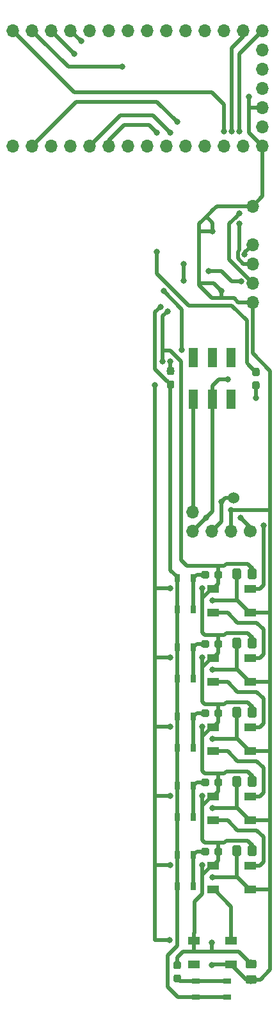
<source format=gbr>
G04 #@! TF.GenerationSoftware,KiCad,Pcbnew,(5.1.0)-1*
G04 #@! TF.CreationDate,2019-07-29T16:37:05-07:00*
G04 #@! TF.ProjectId,Watch V4,57617463-6820-4563-942e-6b696361645f,rev?*
G04 #@! TF.SameCoordinates,Original*
G04 #@! TF.FileFunction,Copper,L1,Top*
G04 #@! TF.FilePolarity,Positive*
%FSLAX46Y46*%
G04 Gerber Fmt 4.6, Leading zero omitted, Abs format (unit mm)*
G04 Created by KiCad (PCBNEW (5.1.0)-1) date 2019-07-29 16:37:05*
%MOMM*%
%LPD*%
G04 APERTURE LIST*
%ADD10O,1.700000X1.700000*%
%ADD11C,1.524000*%
%ADD12R,1.500000X1.000000*%
%ADD13R,0.650000X1.050000*%
%ADD14C,0.100000*%
%ADD15C,0.950000*%
%ADD16C,1.150000*%
%ADD17R,1.050000X0.650000*%
%ADD18R,1.200000X2.500000*%
%ADD19C,1.700000*%
%ADD20C,0.800000*%
%ADD21C,0.500000*%
%ADD22C,0.250000*%
G04 APERTURE END LIST*
D10*
X158686500Y-53530500D03*
X158686500Y-58610500D03*
X158686500Y-66230500D03*
X158686500Y-63690500D03*
X158686500Y-61150500D03*
X147320000Y-45593000D03*
X149860000Y-45593000D03*
X144780000Y-45593000D03*
X154940000Y-45593000D03*
X127000000Y-45593000D03*
X129540000Y-45593000D03*
X127000000Y-30353000D03*
X129540000Y-30353000D03*
X132080000Y-30353000D03*
X134620000Y-30353000D03*
X137160000Y-30353000D03*
X139700000Y-30353000D03*
X132080000Y-45593000D03*
X134620000Y-45593000D03*
X137160000Y-45593000D03*
X139700000Y-45593000D03*
X142240000Y-45593000D03*
X152400000Y-45593000D03*
X157480000Y-45593000D03*
X160020000Y-45593000D03*
X160020000Y-43053000D03*
X160020000Y-40513000D03*
X142240000Y-30353000D03*
X144780000Y-30353000D03*
X147320000Y-30353000D03*
X149860000Y-30353000D03*
X152400000Y-30353000D03*
X154940000Y-30353000D03*
X157480000Y-30353000D03*
X160020000Y-30353000D03*
X160020000Y-32893000D03*
X160020000Y-35433000D03*
X160020000Y-37973000D03*
D11*
X156210000Y-92075000D03*
D12*
X153506000Y-104064000D03*
X153506000Y-107264000D03*
X158406000Y-104064000D03*
X158406000Y-107264000D03*
D13*
X148718000Y-106852000D03*
X148718000Y-102702000D03*
X150868000Y-106852000D03*
X150868000Y-102702000D03*
D14*
G36*
X154474779Y-101761144D02*
G01*
X154497834Y-101764563D01*
X154520443Y-101770227D01*
X154542387Y-101778079D01*
X154563457Y-101788044D01*
X154583448Y-101800026D01*
X154602168Y-101813910D01*
X154619438Y-101829562D01*
X154635090Y-101846832D01*
X154648974Y-101865552D01*
X154660956Y-101885543D01*
X154670921Y-101906613D01*
X154678773Y-101928557D01*
X154684437Y-101951166D01*
X154687856Y-101974221D01*
X154689000Y-101997500D01*
X154689000Y-102472500D01*
X154687856Y-102495779D01*
X154684437Y-102518834D01*
X154678773Y-102541443D01*
X154670921Y-102563387D01*
X154660956Y-102584457D01*
X154648974Y-102604448D01*
X154635090Y-102623168D01*
X154619438Y-102640438D01*
X154602168Y-102656090D01*
X154583448Y-102669974D01*
X154563457Y-102681956D01*
X154542387Y-102691921D01*
X154520443Y-102699773D01*
X154497834Y-102705437D01*
X154474779Y-102708856D01*
X154451500Y-102710000D01*
X153876500Y-102710000D01*
X153853221Y-102708856D01*
X153830166Y-102705437D01*
X153807557Y-102699773D01*
X153785613Y-102691921D01*
X153764543Y-102681956D01*
X153744552Y-102669974D01*
X153725832Y-102656090D01*
X153708562Y-102640438D01*
X153692910Y-102623168D01*
X153679026Y-102604448D01*
X153667044Y-102584457D01*
X153657079Y-102563387D01*
X153649227Y-102541443D01*
X153643563Y-102518834D01*
X153640144Y-102495779D01*
X153639000Y-102472500D01*
X153639000Y-101997500D01*
X153640144Y-101974221D01*
X153643563Y-101951166D01*
X153649227Y-101928557D01*
X153657079Y-101906613D01*
X153667044Y-101885543D01*
X153679026Y-101865552D01*
X153692910Y-101846832D01*
X153708562Y-101829562D01*
X153725832Y-101813910D01*
X153744552Y-101800026D01*
X153764543Y-101788044D01*
X153785613Y-101778079D01*
X153807557Y-101770227D01*
X153830166Y-101764563D01*
X153853221Y-101761144D01*
X153876500Y-101760000D01*
X154451500Y-101760000D01*
X154474779Y-101761144D01*
X154474779Y-101761144D01*
G37*
D15*
X154164000Y-102235000D03*
D14*
G36*
X152724779Y-101761144D02*
G01*
X152747834Y-101764563D01*
X152770443Y-101770227D01*
X152792387Y-101778079D01*
X152813457Y-101788044D01*
X152833448Y-101800026D01*
X152852168Y-101813910D01*
X152869438Y-101829562D01*
X152885090Y-101846832D01*
X152898974Y-101865552D01*
X152910956Y-101885543D01*
X152920921Y-101906613D01*
X152928773Y-101928557D01*
X152934437Y-101951166D01*
X152937856Y-101974221D01*
X152939000Y-101997500D01*
X152939000Y-102472500D01*
X152937856Y-102495779D01*
X152934437Y-102518834D01*
X152928773Y-102541443D01*
X152920921Y-102563387D01*
X152910956Y-102584457D01*
X152898974Y-102604448D01*
X152885090Y-102623168D01*
X152869438Y-102640438D01*
X152852168Y-102656090D01*
X152833448Y-102669974D01*
X152813457Y-102681956D01*
X152792387Y-102691921D01*
X152770443Y-102699773D01*
X152747834Y-102705437D01*
X152724779Y-102708856D01*
X152701500Y-102710000D01*
X152126500Y-102710000D01*
X152103221Y-102708856D01*
X152080166Y-102705437D01*
X152057557Y-102699773D01*
X152035613Y-102691921D01*
X152014543Y-102681956D01*
X151994552Y-102669974D01*
X151975832Y-102656090D01*
X151958562Y-102640438D01*
X151942910Y-102623168D01*
X151929026Y-102604448D01*
X151917044Y-102584457D01*
X151907079Y-102563387D01*
X151899227Y-102541443D01*
X151893563Y-102518834D01*
X151890144Y-102495779D01*
X151889000Y-102472500D01*
X151889000Y-101997500D01*
X151890144Y-101974221D01*
X151893563Y-101951166D01*
X151899227Y-101928557D01*
X151907079Y-101906613D01*
X151917044Y-101885543D01*
X151929026Y-101865552D01*
X151942910Y-101846832D01*
X151958562Y-101829562D01*
X151975832Y-101813910D01*
X151994552Y-101800026D01*
X152014543Y-101788044D01*
X152035613Y-101778079D01*
X152057557Y-101770227D01*
X152080166Y-101764563D01*
X152103221Y-101761144D01*
X152126500Y-101760000D01*
X152701500Y-101760000D01*
X152724779Y-101761144D01*
X152724779Y-101761144D01*
G37*
D15*
X152414000Y-102235000D03*
D14*
G36*
X158981505Y-101409204D02*
G01*
X159005773Y-101412804D01*
X159029572Y-101418765D01*
X159052671Y-101427030D01*
X159074850Y-101437520D01*
X159095893Y-101450132D01*
X159115599Y-101464747D01*
X159133777Y-101481223D01*
X159150253Y-101499401D01*
X159164868Y-101519107D01*
X159177480Y-101540150D01*
X159187970Y-101562329D01*
X159196235Y-101585428D01*
X159202196Y-101609227D01*
X159205796Y-101633495D01*
X159207000Y-101657999D01*
X159207000Y-102558001D01*
X159205796Y-102582505D01*
X159202196Y-102606773D01*
X159196235Y-102630572D01*
X159187970Y-102653671D01*
X159177480Y-102675850D01*
X159164868Y-102696893D01*
X159150253Y-102716599D01*
X159133777Y-102734777D01*
X159115599Y-102751253D01*
X159095893Y-102765868D01*
X159074850Y-102778480D01*
X159052671Y-102788970D01*
X159029572Y-102797235D01*
X159005773Y-102803196D01*
X158981505Y-102806796D01*
X158957001Y-102808000D01*
X158306999Y-102808000D01*
X158282495Y-102806796D01*
X158258227Y-102803196D01*
X158234428Y-102797235D01*
X158211329Y-102788970D01*
X158189150Y-102778480D01*
X158168107Y-102765868D01*
X158148401Y-102751253D01*
X158130223Y-102734777D01*
X158113747Y-102716599D01*
X158099132Y-102696893D01*
X158086520Y-102675850D01*
X158076030Y-102653671D01*
X158067765Y-102630572D01*
X158061804Y-102606773D01*
X158058204Y-102582505D01*
X158057000Y-102558001D01*
X158057000Y-101657999D01*
X158058204Y-101633495D01*
X158061804Y-101609227D01*
X158067765Y-101585428D01*
X158076030Y-101562329D01*
X158086520Y-101540150D01*
X158099132Y-101519107D01*
X158113747Y-101499401D01*
X158130223Y-101481223D01*
X158148401Y-101464747D01*
X158168107Y-101450132D01*
X158189150Y-101437520D01*
X158211329Y-101427030D01*
X158234428Y-101418765D01*
X158258227Y-101412804D01*
X158282495Y-101409204D01*
X158306999Y-101408000D01*
X158957001Y-101408000D01*
X158981505Y-101409204D01*
X158981505Y-101409204D01*
G37*
D16*
X158632000Y-102108000D03*
D14*
G36*
X156931505Y-101409204D02*
G01*
X156955773Y-101412804D01*
X156979572Y-101418765D01*
X157002671Y-101427030D01*
X157024850Y-101437520D01*
X157045893Y-101450132D01*
X157065599Y-101464747D01*
X157083777Y-101481223D01*
X157100253Y-101499401D01*
X157114868Y-101519107D01*
X157127480Y-101540150D01*
X157137970Y-101562329D01*
X157146235Y-101585428D01*
X157152196Y-101609227D01*
X157155796Y-101633495D01*
X157157000Y-101657999D01*
X157157000Y-102558001D01*
X157155796Y-102582505D01*
X157152196Y-102606773D01*
X157146235Y-102630572D01*
X157137970Y-102653671D01*
X157127480Y-102675850D01*
X157114868Y-102696893D01*
X157100253Y-102716599D01*
X157083777Y-102734777D01*
X157065599Y-102751253D01*
X157045893Y-102765868D01*
X157024850Y-102778480D01*
X157002671Y-102788970D01*
X156979572Y-102797235D01*
X156955773Y-102803196D01*
X156931505Y-102806796D01*
X156907001Y-102808000D01*
X156256999Y-102808000D01*
X156232495Y-102806796D01*
X156208227Y-102803196D01*
X156184428Y-102797235D01*
X156161329Y-102788970D01*
X156139150Y-102778480D01*
X156118107Y-102765868D01*
X156098401Y-102751253D01*
X156080223Y-102734777D01*
X156063747Y-102716599D01*
X156049132Y-102696893D01*
X156036520Y-102675850D01*
X156026030Y-102653671D01*
X156017765Y-102630572D01*
X156011804Y-102606773D01*
X156008204Y-102582505D01*
X156007000Y-102558001D01*
X156007000Y-101657999D01*
X156008204Y-101633495D01*
X156011804Y-101609227D01*
X156017765Y-101585428D01*
X156026030Y-101562329D01*
X156036520Y-101540150D01*
X156049132Y-101519107D01*
X156063747Y-101499401D01*
X156080223Y-101481223D01*
X156098401Y-101464747D01*
X156118107Y-101450132D01*
X156139150Y-101437520D01*
X156161329Y-101427030D01*
X156184428Y-101418765D01*
X156208227Y-101412804D01*
X156232495Y-101409204D01*
X156256999Y-101408000D01*
X156907001Y-101408000D01*
X156931505Y-101409204D01*
X156931505Y-101409204D01*
G37*
D16*
X156582000Y-102108000D03*
D12*
X153506000Y-113208000D03*
X153506000Y-116408000D03*
X158406000Y-113208000D03*
X158406000Y-116408000D03*
D13*
X148718000Y-115996000D03*
X148718000Y-111846000D03*
X150868000Y-115996000D03*
X150868000Y-111846000D03*
D14*
G36*
X154474779Y-110905144D02*
G01*
X154497834Y-110908563D01*
X154520443Y-110914227D01*
X154542387Y-110922079D01*
X154563457Y-110932044D01*
X154583448Y-110944026D01*
X154602168Y-110957910D01*
X154619438Y-110973562D01*
X154635090Y-110990832D01*
X154648974Y-111009552D01*
X154660956Y-111029543D01*
X154670921Y-111050613D01*
X154678773Y-111072557D01*
X154684437Y-111095166D01*
X154687856Y-111118221D01*
X154689000Y-111141500D01*
X154689000Y-111616500D01*
X154687856Y-111639779D01*
X154684437Y-111662834D01*
X154678773Y-111685443D01*
X154670921Y-111707387D01*
X154660956Y-111728457D01*
X154648974Y-111748448D01*
X154635090Y-111767168D01*
X154619438Y-111784438D01*
X154602168Y-111800090D01*
X154583448Y-111813974D01*
X154563457Y-111825956D01*
X154542387Y-111835921D01*
X154520443Y-111843773D01*
X154497834Y-111849437D01*
X154474779Y-111852856D01*
X154451500Y-111854000D01*
X153876500Y-111854000D01*
X153853221Y-111852856D01*
X153830166Y-111849437D01*
X153807557Y-111843773D01*
X153785613Y-111835921D01*
X153764543Y-111825956D01*
X153744552Y-111813974D01*
X153725832Y-111800090D01*
X153708562Y-111784438D01*
X153692910Y-111767168D01*
X153679026Y-111748448D01*
X153667044Y-111728457D01*
X153657079Y-111707387D01*
X153649227Y-111685443D01*
X153643563Y-111662834D01*
X153640144Y-111639779D01*
X153639000Y-111616500D01*
X153639000Y-111141500D01*
X153640144Y-111118221D01*
X153643563Y-111095166D01*
X153649227Y-111072557D01*
X153657079Y-111050613D01*
X153667044Y-111029543D01*
X153679026Y-111009552D01*
X153692910Y-110990832D01*
X153708562Y-110973562D01*
X153725832Y-110957910D01*
X153744552Y-110944026D01*
X153764543Y-110932044D01*
X153785613Y-110922079D01*
X153807557Y-110914227D01*
X153830166Y-110908563D01*
X153853221Y-110905144D01*
X153876500Y-110904000D01*
X154451500Y-110904000D01*
X154474779Y-110905144D01*
X154474779Y-110905144D01*
G37*
D15*
X154164000Y-111379000D03*
D14*
G36*
X152724779Y-110905144D02*
G01*
X152747834Y-110908563D01*
X152770443Y-110914227D01*
X152792387Y-110922079D01*
X152813457Y-110932044D01*
X152833448Y-110944026D01*
X152852168Y-110957910D01*
X152869438Y-110973562D01*
X152885090Y-110990832D01*
X152898974Y-111009552D01*
X152910956Y-111029543D01*
X152920921Y-111050613D01*
X152928773Y-111072557D01*
X152934437Y-111095166D01*
X152937856Y-111118221D01*
X152939000Y-111141500D01*
X152939000Y-111616500D01*
X152937856Y-111639779D01*
X152934437Y-111662834D01*
X152928773Y-111685443D01*
X152920921Y-111707387D01*
X152910956Y-111728457D01*
X152898974Y-111748448D01*
X152885090Y-111767168D01*
X152869438Y-111784438D01*
X152852168Y-111800090D01*
X152833448Y-111813974D01*
X152813457Y-111825956D01*
X152792387Y-111835921D01*
X152770443Y-111843773D01*
X152747834Y-111849437D01*
X152724779Y-111852856D01*
X152701500Y-111854000D01*
X152126500Y-111854000D01*
X152103221Y-111852856D01*
X152080166Y-111849437D01*
X152057557Y-111843773D01*
X152035613Y-111835921D01*
X152014543Y-111825956D01*
X151994552Y-111813974D01*
X151975832Y-111800090D01*
X151958562Y-111784438D01*
X151942910Y-111767168D01*
X151929026Y-111748448D01*
X151917044Y-111728457D01*
X151907079Y-111707387D01*
X151899227Y-111685443D01*
X151893563Y-111662834D01*
X151890144Y-111639779D01*
X151889000Y-111616500D01*
X151889000Y-111141500D01*
X151890144Y-111118221D01*
X151893563Y-111095166D01*
X151899227Y-111072557D01*
X151907079Y-111050613D01*
X151917044Y-111029543D01*
X151929026Y-111009552D01*
X151942910Y-110990832D01*
X151958562Y-110973562D01*
X151975832Y-110957910D01*
X151994552Y-110944026D01*
X152014543Y-110932044D01*
X152035613Y-110922079D01*
X152057557Y-110914227D01*
X152080166Y-110908563D01*
X152103221Y-110905144D01*
X152126500Y-110904000D01*
X152701500Y-110904000D01*
X152724779Y-110905144D01*
X152724779Y-110905144D01*
G37*
D15*
X152414000Y-111379000D03*
D14*
G36*
X158981505Y-110553204D02*
G01*
X159005773Y-110556804D01*
X159029572Y-110562765D01*
X159052671Y-110571030D01*
X159074850Y-110581520D01*
X159095893Y-110594132D01*
X159115599Y-110608747D01*
X159133777Y-110625223D01*
X159150253Y-110643401D01*
X159164868Y-110663107D01*
X159177480Y-110684150D01*
X159187970Y-110706329D01*
X159196235Y-110729428D01*
X159202196Y-110753227D01*
X159205796Y-110777495D01*
X159207000Y-110801999D01*
X159207000Y-111702001D01*
X159205796Y-111726505D01*
X159202196Y-111750773D01*
X159196235Y-111774572D01*
X159187970Y-111797671D01*
X159177480Y-111819850D01*
X159164868Y-111840893D01*
X159150253Y-111860599D01*
X159133777Y-111878777D01*
X159115599Y-111895253D01*
X159095893Y-111909868D01*
X159074850Y-111922480D01*
X159052671Y-111932970D01*
X159029572Y-111941235D01*
X159005773Y-111947196D01*
X158981505Y-111950796D01*
X158957001Y-111952000D01*
X158306999Y-111952000D01*
X158282495Y-111950796D01*
X158258227Y-111947196D01*
X158234428Y-111941235D01*
X158211329Y-111932970D01*
X158189150Y-111922480D01*
X158168107Y-111909868D01*
X158148401Y-111895253D01*
X158130223Y-111878777D01*
X158113747Y-111860599D01*
X158099132Y-111840893D01*
X158086520Y-111819850D01*
X158076030Y-111797671D01*
X158067765Y-111774572D01*
X158061804Y-111750773D01*
X158058204Y-111726505D01*
X158057000Y-111702001D01*
X158057000Y-110801999D01*
X158058204Y-110777495D01*
X158061804Y-110753227D01*
X158067765Y-110729428D01*
X158076030Y-110706329D01*
X158086520Y-110684150D01*
X158099132Y-110663107D01*
X158113747Y-110643401D01*
X158130223Y-110625223D01*
X158148401Y-110608747D01*
X158168107Y-110594132D01*
X158189150Y-110581520D01*
X158211329Y-110571030D01*
X158234428Y-110562765D01*
X158258227Y-110556804D01*
X158282495Y-110553204D01*
X158306999Y-110552000D01*
X158957001Y-110552000D01*
X158981505Y-110553204D01*
X158981505Y-110553204D01*
G37*
D16*
X158632000Y-111252000D03*
D14*
G36*
X156931505Y-110553204D02*
G01*
X156955773Y-110556804D01*
X156979572Y-110562765D01*
X157002671Y-110571030D01*
X157024850Y-110581520D01*
X157045893Y-110594132D01*
X157065599Y-110608747D01*
X157083777Y-110625223D01*
X157100253Y-110643401D01*
X157114868Y-110663107D01*
X157127480Y-110684150D01*
X157137970Y-110706329D01*
X157146235Y-110729428D01*
X157152196Y-110753227D01*
X157155796Y-110777495D01*
X157157000Y-110801999D01*
X157157000Y-111702001D01*
X157155796Y-111726505D01*
X157152196Y-111750773D01*
X157146235Y-111774572D01*
X157137970Y-111797671D01*
X157127480Y-111819850D01*
X157114868Y-111840893D01*
X157100253Y-111860599D01*
X157083777Y-111878777D01*
X157065599Y-111895253D01*
X157045893Y-111909868D01*
X157024850Y-111922480D01*
X157002671Y-111932970D01*
X156979572Y-111941235D01*
X156955773Y-111947196D01*
X156931505Y-111950796D01*
X156907001Y-111952000D01*
X156256999Y-111952000D01*
X156232495Y-111950796D01*
X156208227Y-111947196D01*
X156184428Y-111941235D01*
X156161329Y-111932970D01*
X156139150Y-111922480D01*
X156118107Y-111909868D01*
X156098401Y-111895253D01*
X156080223Y-111878777D01*
X156063747Y-111860599D01*
X156049132Y-111840893D01*
X156036520Y-111819850D01*
X156026030Y-111797671D01*
X156017765Y-111774572D01*
X156011804Y-111750773D01*
X156008204Y-111726505D01*
X156007000Y-111702001D01*
X156007000Y-110801999D01*
X156008204Y-110777495D01*
X156011804Y-110753227D01*
X156017765Y-110729428D01*
X156026030Y-110706329D01*
X156036520Y-110684150D01*
X156049132Y-110663107D01*
X156063747Y-110643401D01*
X156080223Y-110625223D01*
X156098401Y-110608747D01*
X156118107Y-110594132D01*
X156139150Y-110581520D01*
X156161329Y-110571030D01*
X156184428Y-110562765D01*
X156208227Y-110556804D01*
X156232495Y-110553204D01*
X156256999Y-110552000D01*
X156907001Y-110552000D01*
X156931505Y-110553204D01*
X156931505Y-110553204D01*
G37*
D16*
X156582000Y-111252000D03*
D12*
X153506000Y-122352000D03*
X153506000Y-125552000D03*
X158406000Y-122352000D03*
X158406000Y-125552000D03*
D13*
X148718000Y-125140000D03*
X148718000Y-120990000D03*
X150868000Y-125140000D03*
X150868000Y-120990000D03*
D14*
G36*
X154474779Y-120049144D02*
G01*
X154497834Y-120052563D01*
X154520443Y-120058227D01*
X154542387Y-120066079D01*
X154563457Y-120076044D01*
X154583448Y-120088026D01*
X154602168Y-120101910D01*
X154619438Y-120117562D01*
X154635090Y-120134832D01*
X154648974Y-120153552D01*
X154660956Y-120173543D01*
X154670921Y-120194613D01*
X154678773Y-120216557D01*
X154684437Y-120239166D01*
X154687856Y-120262221D01*
X154689000Y-120285500D01*
X154689000Y-120760500D01*
X154687856Y-120783779D01*
X154684437Y-120806834D01*
X154678773Y-120829443D01*
X154670921Y-120851387D01*
X154660956Y-120872457D01*
X154648974Y-120892448D01*
X154635090Y-120911168D01*
X154619438Y-120928438D01*
X154602168Y-120944090D01*
X154583448Y-120957974D01*
X154563457Y-120969956D01*
X154542387Y-120979921D01*
X154520443Y-120987773D01*
X154497834Y-120993437D01*
X154474779Y-120996856D01*
X154451500Y-120998000D01*
X153876500Y-120998000D01*
X153853221Y-120996856D01*
X153830166Y-120993437D01*
X153807557Y-120987773D01*
X153785613Y-120979921D01*
X153764543Y-120969956D01*
X153744552Y-120957974D01*
X153725832Y-120944090D01*
X153708562Y-120928438D01*
X153692910Y-120911168D01*
X153679026Y-120892448D01*
X153667044Y-120872457D01*
X153657079Y-120851387D01*
X153649227Y-120829443D01*
X153643563Y-120806834D01*
X153640144Y-120783779D01*
X153639000Y-120760500D01*
X153639000Y-120285500D01*
X153640144Y-120262221D01*
X153643563Y-120239166D01*
X153649227Y-120216557D01*
X153657079Y-120194613D01*
X153667044Y-120173543D01*
X153679026Y-120153552D01*
X153692910Y-120134832D01*
X153708562Y-120117562D01*
X153725832Y-120101910D01*
X153744552Y-120088026D01*
X153764543Y-120076044D01*
X153785613Y-120066079D01*
X153807557Y-120058227D01*
X153830166Y-120052563D01*
X153853221Y-120049144D01*
X153876500Y-120048000D01*
X154451500Y-120048000D01*
X154474779Y-120049144D01*
X154474779Y-120049144D01*
G37*
D15*
X154164000Y-120523000D03*
D14*
G36*
X152724779Y-120049144D02*
G01*
X152747834Y-120052563D01*
X152770443Y-120058227D01*
X152792387Y-120066079D01*
X152813457Y-120076044D01*
X152833448Y-120088026D01*
X152852168Y-120101910D01*
X152869438Y-120117562D01*
X152885090Y-120134832D01*
X152898974Y-120153552D01*
X152910956Y-120173543D01*
X152920921Y-120194613D01*
X152928773Y-120216557D01*
X152934437Y-120239166D01*
X152937856Y-120262221D01*
X152939000Y-120285500D01*
X152939000Y-120760500D01*
X152937856Y-120783779D01*
X152934437Y-120806834D01*
X152928773Y-120829443D01*
X152920921Y-120851387D01*
X152910956Y-120872457D01*
X152898974Y-120892448D01*
X152885090Y-120911168D01*
X152869438Y-120928438D01*
X152852168Y-120944090D01*
X152833448Y-120957974D01*
X152813457Y-120969956D01*
X152792387Y-120979921D01*
X152770443Y-120987773D01*
X152747834Y-120993437D01*
X152724779Y-120996856D01*
X152701500Y-120998000D01*
X152126500Y-120998000D01*
X152103221Y-120996856D01*
X152080166Y-120993437D01*
X152057557Y-120987773D01*
X152035613Y-120979921D01*
X152014543Y-120969956D01*
X151994552Y-120957974D01*
X151975832Y-120944090D01*
X151958562Y-120928438D01*
X151942910Y-120911168D01*
X151929026Y-120892448D01*
X151917044Y-120872457D01*
X151907079Y-120851387D01*
X151899227Y-120829443D01*
X151893563Y-120806834D01*
X151890144Y-120783779D01*
X151889000Y-120760500D01*
X151889000Y-120285500D01*
X151890144Y-120262221D01*
X151893563Y-120239166D01*
X151899227Y-120216557D01*
X151907079Y-120194613D01*
X151917044Y-120173543D01*
X151929026Y-120153552D01*
X151942910Y-120134832D01*
X151958562Y-120117562D01*
X151975832Y-120101910D01*
X151994552Y-120088026D01*
X152014543Y-120076044D01*
X152035613Y-120066079D01*
X152057557Y-120058227D01*
X152080166Y-120052563D01*
X152103221Y-120049144D01*
X152126500Y-120048000D01*
X152701500Y-120048000D01*
X152724779Y-120049144D01*
X152724779Y-120049144D01*
G37*
D15*
X152414000Y-120523000D03*
D14*
G36*
X158981505Y-119697204D02*
G01*
X159005773Y-119700804D01*
X159029572Y-119706765D01*
X159052671Y-119715030D01*
X159074850Y-119725520D01*
X159095893Y-119738132D01*
X159115599Y-119752747D01*
X159133777Y-119769223D01*
X159150253Y-119787401D01*
X159164868Y-119807107D01*
X159177480Y-119828150D01*
X159187970Y-119850329D01*
X159196235Y-119873428D01*
X159202196Y-119897227D01*
X159205796Y-119921495D01*
X159207000Y-119945999D01*
X159207000Y-120846001D01*
X159205796Y-120870505D01*
X159202196Y-120894773D01*
X159196235Y-120918572D01*
X159187970Y-120941671D01*
X159177480Y-120963850D01*
X159164868Y-120984893D01*
X159150253Y-121004599D01*
X159133777Y-121022777D01*
X159115599Y-121039253D01*
X159095893Y-121053868D01*
X159074850Y-121066480D01*
X159052671Y-121076970D01*
X159029572Y-121085235D01*
X159005773Y-121091196D01*
X158981505Y-121094796D01*
X158957001Y-121096000D01*
X158306999Y-121096000D01*
X158282495Y-121094796D01*
X158258227Y-121091196D01*
X158234428Y-121085235D01*
X158211329Y-121076970D01*
X158189150Y-121066480D01*
X158168107Y-121053868D01*
X158148401Y-121039253D01*
X158130223Y-121022777D01*
X158113747Y-121004599D01*
X158099132Y-120984893D01*
X158086520Y-120963850D01*
X158076030Y-120941671D01*
X158067765Y-120918572D01*
X158061804Y-120894773D01*
X158058204Y-120870505D01*
X158057000Y-120846001D01*
X158057000Y-119945999D01*
X158058204Y-119921495D01*
X158061804Y-119897227D01*
X158067765Y-119873428D01*
X158076030Y-119850329D01*
X158086520Y-119828150D01*
X158099132Y-119807107D01*
X158113747Y-119787401D01*
X158130223Y-119769223D01*
X158148401Y-119752747D01*
X158168107Y-119738132D01*
X158189150Y-119725520D01*
X158211329Y-119715030D01*
X158234428Y-119706765D01*
X158258227Y-119700804D01*
X158282495Y-119697204D01*
X158306999Y-119696000D01*
X158957001Y-119696000D01*
X158981505Y-119697204D01*
X158981505Y-119697204D01*
G37*
D16*
X158632000Y-120396000D03*
D14*
G36*
X156931505Y-119697204D02*
G01*
X156955773Y-119700804D01*
X156979572Y-119706765D01*
X157002671Y-119715030D01*
X157024850Y-119725520D01*
X157045893Y-119738132D01*
X157065599Y-119752747D01*
X157083777Y-119769223D01*
X157100253Y-119787401D01*
X157114868Y-119807107D01*
X157127480Y-119828150D01*
X157137970Y-119850329D01*
X157146235Y-119873428D01*
X157152196Y-119897227D01*
X157155796Y-119921495D01*
X157157000Y-119945999D01*
X157157000Y-120846001D01*
X157155796Y-120870505D01*
X157152196Y-120894773D01*
X157146235Y-120918572D01*
X157137970Y-120941671D01*
X157127480Y-120963850D01*
X157114868Y-120984893D01*
X157100253Y-121004599D01*
X157083777Y-121022777D01*
X157065599Y-121039253D01*
X157045893Y-121053868D01*
X157024850Y-121066480D01*
X157002671Y-121076970D01*
X156979572Y-121085235D01*
X156955773Y-121091196D01*
X156931505Y-121094796D01*
X156907001Y-121096000D01*
X156256999Y-121096000D01*
X156232495Y-121094796D01*
X156208227Y-121091196D01*
X156184428Y-121085235D01*
X156161329Y-121076970D01*
X156139150Y-121066480D01*
X156118107Y-121053868D01*
X156098401Y-121039253D01*
X156080223Y-121022777D01*
X156063747Y-121004599D01*
X156049132Y-120984893D01*
X156036520Y-120963850D01*
X156026030Y-120941671D01*
X156017765Y-120918572D01*
X156011804Y-120894773D01*
X156008204Y-120870505D01*
X156007000Y-120846001D01*
X156007000Y-119945999D01*
X156008204Y-119921495D01*
X156011804Y-119897227D01*
X156017765Y-119873428D01*
X156026030Y-119850329D01*
X156036520Y-119828150D01*
X156049132Y-119807107D01*
X156063747Y-119787401D01*
X156080223Y-119769223D01*
X156098401Y-119752747D01*
X156118107Y-119738132D01*
X156139150Y-119725520D01*
X156161329Y-119715030D01*
X156184428Y-119706765D01*
X156208227Y-119700804D01*
X156232495Y-119697204D01*
X156256999Y-119696000D01*
X156907001Y-119696000D01*
X156931505Y-119697204D01*
X156931505Y-119697204D01*
G37*
D16*
X156582000Y-120396000D03*
D12*
X153506000Y-131496000D03*
X153506000Y-134696000D03*
X158406000Y-131496000D03*
X158406000Y-134696000D03*
D13*
X148718000Y-134284000D03*
X148718000Y-130134000D03*
X150868000Y-134284000D03*
X150868000Y-130134000D03*
D14*
G36*
X154474779Y-129193144D02*
G01*
X154497834Y-129196563D01*
X154520443Y-129202227D01*
X154542387Y-129210079D01*
X154563457Y-129220044D01*
X154583448Y-129232026D01*
X154602168Y-129245910D01*
X154619438Y-129261562D01*
X154635090Y-129278832D01*
X154648974Y-129297552D01*
X154660956Y-129317543D01*
X154670921Y-129338613D01*
X154678773Y-129360557D01*
X154684437Y-129383166D01*
X154687856Y-129406221D01*
X154689000Y-129429500D01*
X154689000Y-129904500D01*
X154687856Y-129927779D01*
X154684437Y-129950834D01*
X154678773Y-129973443D01*
X154670921Y-129995387D01*
X154660956Y-130016457D01*
X154648974Y-130036448D01*
X154635090Y-130055168D01*
X154619438Y-130072438D01*
X154602168Y-130088090D01*
X154583448Y-130101974D01*
X154563457Y-130113956D01*
X154542387Y-130123921D01*
X154520443Y-130131773D01*
X154497834Y-130137437D01*
X154474779Y-130140856D01*
X154451500Y-130142000D01*
X153876500Y-130142000D01*
X153853221Y-130140856D01*
X153830166Y-130137437D01*
X153807557Y-130131773D01*
X153785613Y-130123921D01*
X153764543Y-130113956D01*
X153744552Y-130101974D01*
X153725832Y-130088090D01*
X153708562Y-130072438D01*
X153692910Y-130055168D01*
X153679026Y-130036448D01*
X153667044Y-130016457D01*
X153657079Y-129995387D01*
X153649227Y-129973443D01*
X153643563Y-129950834D01*
X153640144Y-129927779D01*
X153639000Y-129904500D01*
X153639000Y-129429500D01*
X153640144Y-129406221D01*
X153643563Y-129383166D01*
X153649227Y-129360557D01*
X153657079Y-129338613D01*
X153667044Y-129317543D01*
X153679026Y-129297552D01*
X153692910Y-129278832D01*
X153708562Y-129261562D01*
X153725832Y-129245910D01*
X153744552Y-129232026D01*
X153764543Y-129220044D01*
X153785613Y-129210079D01*
X153807557Y-129202227D01*
X153830166Y-129196563D01*
X153853221Y-129193144D01*
X153876500Y-129192000D01*
X154451500Y-129192000D01*
X154474779Y-129193144D01*
X154474779Y-129193144D01*
G37*
D15*
X154164000Y-129667000D03*
D14*
G36*
X152724779Y-129193144D02*
G01*
X152747834Y-129196563D01*
X152770443Y-129202227D01*
X152792387Y-129210079D01*
X152813457Y-129220044D01*
X152833448Y-129232026D01*
X152852168Y-129245910D01*
X152869438Y-129261562D01*
X152885090Y-129278832D01*
X152898974Y-129297552D01*
X152910956Y-129317543D01*
X152920921Y-129338613D01*
X152928773Y-129360557D01*
X152934437Y-129383166D01*
X152937856Y-129406221D01*
X152939000Y-129429500D01*
X152939000Y-129904500D01*
X152937856Y-129927779D01*
X152934437Y-129950834D01*
X152928773Y-129973443D01*
X152920921Y-129995387D01*
X152910956Y-130016457D01*
X152898974Y-130036448D01*
X152885090Y-130055168D01*
X152869438Y-130072438D01*
X152852168Y-130088090D01*
X152833448Y-130101974D01*
X152813457Y-130113956D01*
X152792387Y-130123921D01*
X152770443Y-130131773D01*
X152747834Y-130137437D01*
X152724779Y-130140856D01*
X152701500Y-130142000D01*
X152126500Y-130142000D01*
X152103221Y-130140856D01*
X152080166Y-130137437D01*
X152057557Y-130131773D01*
X152035613Y-130123921D01*
X152014543Y-130113956D01*
X151994552Y-130101974D01*
X151975832Y-130088090D01*
X151958562Y-130072438D01*
X151942910Y-130055168D01*
X151929026Y-130036448D01*
X151917044Y-130016457D01*
X151907079Y-129995387D01*
X151899227Y-129973443D01*
X151893563Y-129950834D01*
X151890144Y-129927779D01*
X151889000Y-129904500D01*
X151889000Y-129429500D01*
X151890144Y-129406221D01*
X151893563Y-129383166D01*
X151899227Y-129360557D01*
X151907079Y-129338613D01*
X151917044Y-129317543D01*
X151929026Y-129297552D01*
X151942910Y-129278832D01*
X151958562Y-129261562D01*
X151975832Y-129245910D01*
X151994552Y-129232026D01*
X152014543Y-129220044D01*
X152035613Y-129210079D01*
X152057557Y-129202227D01*
X152080166Y-129196563D01*
X152103221Y-129193144D01*
X152126500Y-129192000D01*
X152701500Y-129192000D01*
X152724779Y-129193144D01*
X152724779Y-129193144D01*
G37*
D15*
X152414000Y-129667000D03*
D14*
G36*
X158981505Y-128841204D02*
G01*
X159005773Y-128844804D01*
X159029572Y-128850765D01*
X159052671Y-128859030D01*
X159074850Y-128869520D01*
X159095893Y-128882132D01*
X159115599Y-128896747D01*
X159133777Y-128913223D01*
X159150253Y-128931401D01*
X159164868Y-128951107D01*
X159177480Y-128972150D01*
X159187970Y-128994329D01*
X159196235Y-129017428D01*
X159202196Y-129041227D01*
X159205796Y-129065495D01*
X159207000Y-129089999D01*
X159207000Y-129990001D01*
X159205796Y-130014505D01*
X159202196Y-130038773D01*
X159196235Y-130062572D01*
X159187970Y-130085671D01*
X159177480Y-130107850D01*
X159164868Y-130128893D01*
X159150253Y-130148599D01*
X159133777Y-130166777D01*
X159115599Y-130183253D01*
X159095893Y-130197868D01*
X159074850Y-130210480D01*
X159052671Y-130220970D01*
X159029572Y-130229235D01*
X159005773Y-130235196D01*
X158981505Y-130238796D01*
X158957001Y-130240000D01*
X158306999Y-130240000D01*
X158282495Y-130238796D01*
X158258227Y-130235196D01*
X158234428Y-130229235D01*
X158211329Y-130220970D01*
X158189150Y-130210480D01*
X158168107Y-130197868D01*
X158148401Y-130183253D01*
X158130223Y-130166777D01*
X158113747Y-130148599D01*
X158099132Y-130128893D01*
X158086520Y-130107850D01*
X158076030Y-130085671D01*
X158067765Y-130062572D01*
X158061804Y-130038773D01*
X158058204Y-130014505D01*
X158057000Y-129990001D01*
X158057000Y-129089999D01*
X158058204Y-129065495D01*
X158061804Y-129041227D01*
X158067765Y-129017428D01*
X158076030Y-128994329D01*
X158086520Y-128972150D01*
X158099132Y-128951107D01*
X158113747Y-128931401D01*
X158130223Y-128913223D01*
X158148401Y-128896747D01*
X158168107Y-128882132D01*
X158189150Y-128869520D01*
X158211329Y-128859030D01*
X158234428Y-128850765D01*
X158258227Y-128844804D01*
X158282495Y-128841204D01*
X158306999Y-128840000D01*
X158957001Y-128840000D01*
X158981505Y-128841204D01*
X158981505Y-128841204D01*
G37*
D16*
X158632000Y-129540000D03*
D14*
G36*
X156931505Y-128841204D02*
G01*
X156955773Y-128844804D01*
X156979572Y-128850765D01*
X157002671Y-128859030D01*
X157024850Y-128869520D01*
X157045893Y-128882132D01*
X157065599Y-128896747D01*
X157083777Y-128913223D01*
X157100253Y-128931401D01*
X157114868Y-128951107D01*
X157127480Y-128972150D01*
X157137970Y-128994329D01*
X157146235Y-129017428D01*
X157152196Y-129041227D01*
X157155796Y-129065495D01*
X157157000Y-129089999D01*
X157157000Y-129990001D01*
X157155796Y-130014505D01*
X157152196Y-130038773D01*
X157146235Y-130062572D01*
X157137970Y-130085671D01*
X157127480Y-130107850D01*
X157114868Y-130128893D01*
X157100253Y-130148599D01*
X157083777Y-130166777D01*
X157065599Y-130183253D01*
X157045893Y-130197868D01*
X157024850Y-130210480D01*
X157002671Y-130220970D01*
X156979572Y-130229235D01*
X156955773Y-130235196D01*
X156931505Y-130238796D01*
X156907001Y-130240000D01*
X156256999Y-130240000D01*
X156232495Y-130238796D01*
X156208227Y-130235196D01*
X156184428Y-130229235D01*
X156161329Y-130220970D01*
X156139150Y-130210480D01*
X156118107Y-130197868D01*
X156098401Y-130183253D01*
X156080223Y-130166777D01*
X156063747Y-130148599D01*
X156049132Y-130128893D01*
X156036520Y-130107850D01*
X156026030Y-130085671D01*
X156017765Y-130062572D01*
X156011804Y-130038773D01*
X156008204Y-130014505D01*
X156007000Y-129990001D01*
X156007000Y-129089999D01*
X156008204Y-129065495D01*
X156011804Y-129041227D01*
X156017765Y-129017428D01*
X156026030Y-128994329D01*
X156036520Y-128972150D01*
X156049132Y-128951107D01*
X156063747Y-128931401D01*
X156080223Y-128913223D01*
X156098401Y-128896747D01*
X156118107Y-128882132D01*
X156139150Y-128869520D01*
X156161329Y-128859030D01*
X156184428Y-128850765D01*
X156208227Y-128844804D01*
X156232495Y-128841204D01*
X156256999Y-128840000D01*
X156907001Y-128840000D01*
X156931505Y-128841204D01*
X156931505Y-128841204D01*
G37*
D16*
X156582000Y-129540000D03*
D14*
G36*
X159391779Y-76678144D02*
G01*
X159414834Y-76681563D01*
X159437443Y-76687227D01*
X159459387Y-76695079D01*
X159480457Y-76705044D01*
X159500448Y-76717026D01*
X159519168Y-76730910D01*
X159536438Y-76746562D01*
X159552090Y-76763832D01*
X159565974Y-76782552D01*
X159577956Y-76802543D01*
X159587921Y-76823613D01*
X159595773Y-76845557D01*
X159601437Y-76868166D01*
X159604856Y-76891221D01*
X159606000Y-76914500D01*
X159606000Y-77489500D01*
X159604856Y-77512779D01*
X159601437Y-77535834D01*
X159595773Y-77558443D01*
X159587921Y-77580387D01*
X159577956Y-77601457D01*
X159565974Y-77621448D01*
X159552090Y-77640168D01*
X159536438Y-77657438D01*
X159519168Y-77673090D01*
X159500448Y-77686974D01*
X159480457Y-77698956D01*
X159459387Y-77708921D01*
X159437443Y-77716773D01*
X159414834Y-77722437D01*
X159391779Y-77725856D01*
X159368500Y-77727000D01*
X158893500Y-77727000D01*
X158870221Y-77725856D01*
X158847166Y-77722437D01*
X158824557Y-77716773D01*
X158802613Y-77708921D01*
X158781543Y-77698956D01*
X158761552Y-77686974D01*
X158742832Y-77673090D01*
X158725562Y-77657438D01*
X158709910Y-77640168D01*
X158696026Y-77621448D01*
X158684044Y-77601457D01*
X158674079Y-77580387D01*
X158666227Y-77558443D01*
X158660563Y-77535834D01*
X158657144Y-77512779D01*
X158656000Y-77489500D01*
X158656000Y-76914500D01*
X158657144Y-76891221D01*
X158660563Y-76868166D01*
X158666227Y-76845557D01*
X158674079Y-76823613D01*
X158684044Y-76802543D01*
X158696026Y-76782552D01*
X158709910Y-76763832D01*
X158725562Y-76746562D01*
X158742832Y-76730910D01*
X158761552Y-76717026D01*
X158781543Y-76705044D01*
X158802613Y-76695079D01*
X158824557Y-76687227D01*
X158847166Y-76681563D01*
X158870221Y-76678144D01*
X158893500Y-76677000D01*
X159368500Y-76677000D01*
X159391779Y-76678144D01*
X159391779Y-76678144D01*
G37*
D15*
X159131000Y-77202000D03*
D14*
G36*
X159391779Y-74928144D02*
G01*
X159414834Y-74931563D01*
X159437443Y-74937227D01*
X159459387Y-74945079D01*
X159480457Y-74955044D01*
X159500448Y-74967026D01*
X159519168Y-74980910D01*
X159536438Y-74996562D01*
X159552090Y-75013832D01*
X159565974Y-75032552D01*
X159577956Y-75052543D01*
X159587921Y-75073613D01*
X159595773Y-75095557D01*
X159601437Y-75118166D01*
X159604856Y-75141221D01*
X159606000Y-75164500D01*
X159606000Y-75739500D01*
X159604856Y-75762779D01*
X159601437Y-75785834D01*
X159595773Y-75808443D01*
X159587921Y-75830387D01*
X159577956Y-75851457D01*
X159565974Y-75871448D01*
X159552090Y-75890168D01*
X159536438Y-75907438D01*
X159519168Y-75923090D01*
X159500448Y-75936974D01*
X159480457Y-75948956D01*
X159459387Y-75958921D01*
X159437443Y-75966773D01*
X159414834Y-75972437D01*
X159391779Y-75975856D01*
X159368500Y-75977000D01*
X158893500Y-75977000D01*
X158870221Y-75975856D01*
X158847166Y-75972437D01*
X158824557Y-75966773D01*
X158802613Y-75958921D01*
X158781543Y-75948956D01*
X158761552Y-75936974D01*
X158742832Y-75923090D01*
X158725562Y-75907438D01*
X158709910Y-75890168D01*
X158696026Y-75871448D01*
X158684044Y-75851457D01*
X158674079Y-75830387D01*
X158666227Y-75808443D01*
X158660563Y-75785834D01*
X158657144Y-75762779D01*
X158656000Y-75739500D01*
X158656000Y-75164500D01*
X158657144Y-75141221D01*
X158660563Y-75118166D01*
X158666227Y-75095557D01*
X158674079Y-75073613D01*
X158684044Y-75052543D01*
X158696026Y-75032552D01*
X158709910Y-75013832D01*
X158725562Y-74996562D01*
X158742832Y-74980910D01*
X158761552Y-74967026D01*
X158781543Y-74955044D01*
X158802613Y-74945079D01*
X158824557Y-74937227D01*
X158847166Y-74931563D01*
X158870221Y-74928144D01*
X158893500Y-74927000D01*
X159368500Y-74927000D01*
X159391779Y-74928144D01*
X159391779Y-74928144D01*
G37*
D15*
X159131000Y-75452000D03*
D14*
G36*
X148088779Y-74801144D02*
G01*
X148111834Y-74804563D01*
X148134443Y-74810227D01*
X148156387Y-74818079D01*
X148177457Y-74828044D01*
X148197448Y-74840026D01*
X148216168Y-74853910D01*
X148233438Y-74869562D01*
X148249090Y-74886832D01*
X148262974Y-74905552D01*
X148274956Y-74925543D01*
X148284921Y-74946613D01*
X148292773Y-74968557D01*
X148298437Y-74991166D01*
X148301856Y-75014221D01*
X148303000Y-75037500D01*
X148303000Y-75612500D01*
X148301856Y-75635779D01*
X148298437Y-75658834D01*
X148292773Y-75681443D01*
X148284921Y-75703387D01*
X148274956Y-75724457D01*
X148262974Y-75744448D01*
X148249090Y-75763168D01*
X148233438Y-75780438D01*
X148216168Y-75796090D01*
X148197448Y-75809974D01*
X148177457Y-75821956D01*
X148156387Y-75831921D01*
X148134443Y-75839773D01*
X148111834Y-75845437D01*
X148088779Y-75848856D01*
X148065500Y-75850000D01*
X147590500Y-75850000D01*
X147567221Y-75848856D01*
X147544166Y-75845437D01*
X147521557Y-75839773D01*
X147499613Y-75831921D01*
X147478543Y-75821956D01*
X147458552Y-75809974D01*
X147439832Y-75796090D01*
X147422562Y-75780438D01*
X147406910Y-75763168D01*
X147393026Y-75744448D01*
X147381044Y-75724457D01*
X147371079Y-75703387D01*
X147363227Y-75681443D01*
X147357563Y-75658834D01*
X147354144Y-75635779D01*
X147353000Y-75612500D01*
X147353000Y-75037500D01*
X147354144Y-75014221D01*
X147357563Y-74991166D01*
X147363227Y-74968557D01*
X147371079Y-74946613D01*
X147381044Y-74925543D01*
X147393026Y-74905552D01*
X147406910Y-74886832D01*
X147422562Y-74869562D01*
X147439832Y-74853910D01*
X147458552Y-74840026D01*
X147478543Y-74828044D01*
X147499613Y-74818079D01*
X147521557Y-74810227D01*
X147544166Y-74804563D01*
X147567221Y-74801144D01*
X147590500Y-74800000D01*
X148065500Y-74800000D01*
X148088779Y-74801144D01*
X148088779Y-74801144D01*
G37*
D15*
X147828000Y-75325000D03*
D14*
G36*
X148088779Y-76551144D02*
G01*
X148111834Y-76554563D01*
X148134443Y-76560227D01*
X148156387Y-76568079D01*
X148177457Y-76578044D01*
X148197448Y-76590026D01*
X148216168Y-76603910D01*
X148233438Y-76619562D01*
X148249090Y-76636832D01*
X148262974Y-76655552D01*
X148274956Y-76675543D01*
X148284921Y-76696613D01*
X148292773Y-76718557D01*
X148298437Y-76741166D01*
X148301856Y-76764221D01*
X148303000Y-76787500D01*
X148303000Y-77362500D01*
X148301856Y-77385779D01*
X148298437Y-77408834D01*
X148292773Y-77431443D01*
X148284921Y-77453387D01*
X148274956Y-77474457D01*
X148262974Y-77494448D01*
X148249090Y-77513168D01*
X148233438Y-77530438D01*
X148216168Y-77546090D01*
X148197448Y-77559974D01*
X148177457Y-77571956D01*
X148156387Y-77581921D01*
X148134443Y-77589773D01*
X148111834Y-77595437D01*
X148088779Y-77598856D01*
X148065500Y-77600000D01*
X147590500Y-77600000D01*
X147567221Y-77598856D01*
X147544166Y-77595437D01*
X147521557Y-77589773D01*
X147499613Y-77581921D01*
X147478543Y-77571956D01*
X147458552Y-77559974D01*
X147439832Y-77546090D01*
X147422562Y-77530438D01*
X147406910Y-77513168D01*
X147393026Y-77494448D01*
X147381044Y-77474457D01*
X147371079Y-77453387D01*
X147363227Y-77431443D01*
X147357563Y-77408834D01*
X147354144Y-77385779D01*
X147353000Y-77362500D01*
X147353000Y-76787500D01*
X147354144Y-76764221D01*
X147357563Y-76741166D01*
X147363227Y-76718557D01*
X147371079Y-76696613D01*
X147381044Y-76675543D01*
X147393026Y-76655552D01*
X147406910Y-76636832D01*
X147422562Y-76619562D01*
X147439832Y-76603910D01*
X147458552Y-76590026D01*
X147478543Y-76578044D01*
X147499613Y-76568079D01*
X147521557Y-76560227D01*
X147544166Y-76554563D01*
X147567221Y-76551144D01*
X147590500Y-76550000D01*
X148065500Y-76550000D01*
X148088779Y-76551144D01*
X148088779Y-76551144D01*
G37*
D15*
X147828000Y-77075000D03*
D17*
X155366000Y-158047000D03*
X151216000Y-158047000D03*
X155366000Y-155897000D03*
X151216000Y-155897000D03*
D14*
G36*
X148977779Y-155037144D02*
G01*
X149000834Y-155040563D01*
X149023443Y-155046227D01*
X149045387Y-155054079D01*
X149066457Y-155064044D01*
X149086448Y-155076026D01*
X149105168Y-155089910D01*
X149122438Y-155105562D01*
X149138090Y-155122832D01*
X149151974Y-155141552D01*
X149163956Y-155161543D01*
X149173921Y-155182613D01*
X149181773Y-155204557D01*
X149187437Y-155227166D01*
X149190856Y-155250221D01*
X149192000Y-155273500D01*
X149192000Y-155848500D01*
X149190856Y-155871779D01*
X149187437Y-155894834D01*
X149181773Y-155917443D01*
X149173921Y-155939387D01*
X149163956Y-155960457D01*
X149151974Y-155980448D01*
X149138090Y-155999168D01*
X149122438Y-156016438D01*
X149105168Y-156032090D01*
X149086448Y-156045974D01*
X149066457Y-156057956D01*
X149045387Y-156067921D01*
X149023443Y-156075773D01*
X149000834Y-156081437D01*
X148977779Y-156084856D01*
X148954500Y-156086000D01*
X148479500Y-156086000D01*
X148456221Y-156084856D01*
X148433166Y-156081437D01*
X148410557Y-156075773D01*
X148388613Y-156067921D01*
X148367543Y-156057956D01*
X148347552Y-156045974D01*
X148328832Y-156032090D01*
X148311562Y-156016438D01*
X148295910Y-155999168D01*
X148282026Y-155980448D01*
X148270044Y-155960457D01*
X148260079Y-155939387D01*
X148252227Y-155917443D01*
X148246563Y-155894834D01*
X148243144Y-155871779D01*
X148242000Y-155848500D01*
X148242000Y-155273500D01*
X148243144Y-155250221D01*
X148246563Y-155227166D01*
X148252227Y-155204557D01*
X148260079Y-155182613D01*
X148270044Y-155161543D01*
X148282026Y-155141552D01*
X148295910Y-155122832D01*
X148311562Y-155105562D01*
X148328832Y-155089910D01*
X148347552Y-155076026D01*
X148367543Y-155064044D01*
X148388613Y-155054079D01*
X148410557Y-155046227D01*
X148433166Y-155040563D01*
X148456221Y-155037144D01*
X148479500Y-155036000D01*
X148954500Y-155036000D01*
X148977779Y-155037144D01*
X148977779Y-155037144D01*
G37*
D15*
X148717000Y-155561000D03*
D14*
G36*
X148977779Y-153287144D02*
G01*
X149000834Y-153290563D01*
X149023443Y-153296227D01*
X149045387Y-153304079D01*
X149066457Y-153314044D01*
X149086448Y-153326026D01*
X149105168Y-153339910D01*
X149122438Y-153355562D01*
X149138090Y-153372832D01*
X149151974Y-153391552D01*
X149163956Y-153411543D01*
X149173921Y-153432613D01*
X149181773Y-153454557D01*
X149187437Y-153477166D01*
X149190856Y-153500221D01*
X149192000Y-153523500D01*
X149192000Y-154098500D01*
X149190856Y-154121779D01*
X149187437Y-154144834D01*
X149181773Y-154167443D01*
X149173921Y-154189387D01*
X149163956Y-154210457D01*
X149151974Y-154230448D01*
X149138090Y-154249168D01*
X149122438Y-154266438D01*
X149105168Y-154282090D01*
X149086448Y-154295974D01*
X149066457Y-154307956D01*
X149045387Y-154317921D01*
X149023443Y-154325773D01*
X149000834Y-154331437D01*
X148977779Y-154334856D01*
X148954500Y-154336000D01*
X148479500Y-154336000D01*
X148456221Y-154334856D01*
X148433166Y-154331437D01*
X148410557Y-154325773D01*
X148388613Y-154317921D01*
X148367543Y-154307956D01*
X148347552Y-154295974D01*
X148328832Y-154282090D01*
X148311562Y-154266438D01*
X148295910Y-154249168D01*
X148282026Y-154230448D01*
X148270044Y-154210457D01*
X148260079Y-154189387D01*
X148252227Y-154167443D01*
X148246563Y-154144834D01*
X148243144Y-154121779D01*
X148242000Y-154098500D01*
X148242000Y-153523500D01*
X148243144Y-153500221D01*
X148246563Y-153477166D01*
X148252227Y-153454557D01*
X148260079Y-153432613D01*
X148270044Y-153411543D01*
X148282026Y-153391552D01*
X148295910Y-153372832D01*
X148311562Y-153355562D01*
X148328832Y-153339910D01*
X148347552Y-153326026D01*
X148367543Y-153314044D01*
X148388613Y-153304079D01*
X148410557Y-153296227D01*
X148433166Y-153290563D01*
X148456221Y-153287144D01*
X148479500Y-153286000D01*
X148954500Y-153286000D01*
X148977779Y-153287144D01*
X148977779Y-153287144D01*
G37*
D15*
X148717000Y-153811000D03*
D12*
X155866000Y-153746000D03*
X155866000Y-150546000D03*
X150966000Y-153746000D03*
X150966000Y-150546000D03*
D14*
G36*
X158970505Y-155146204D02*
G01*
X158994773Y-155149804D01*
X159018572Y-155155765D01*
X159041671Y-155164030D01*
X159063850Y-155174520D01*
X159084893Y-155187132D01*
X159104599Y-155201747D01*
X159122777Y-155218223D01*
X159139253Y-155236401D01*
X159153868Y-155256107D01*
X159166480Y-155277150D01*
X159176970Y-155299329D01*
X159185235Y-155322428D01*
X159191196Y-155346227D01*
X159194796Y-155370495D01*
X159196000Y-155394999D01*
X159196000Y-156045001D01*
X159194796Y-156069505D01*
X159191196Y-156093773D01*
X159185235Y-156117572D01*
X159176970Y-156140671D01*
X159166480Y-156162850D01*
X159153868Y-156183893D01*
X159139253Y-156203599D01*
X159122777Y-156221777D01*
X159104599Y-156238253D01*
X159084893Y-156252868D01*
X159063850Y-156265480D01*
X159041671Y-156275970D01*
X159018572Y-156284235D01*
X158994773Y-156290196D01*
X158970505Y-156293796D01*
X158946001Y-156295000D01*
X158045999Y-156295000D01*
X158021495Y-156293796D01*
X157997227Y-156290196D01*
X157973428Y-156284235D01*
X157950329Y-156275970D01*
X157928150Y-156265480D01*
X157907107Y-156252868D01*
X157887401Y-156238253D01*
X157869223Y-156221777D01*
X157852747Y-156203599D01*
X157838132Y-156183893D01*
X157825520Y-156162850D01*
X157815030Y-156140671D01*
X157806765Y-156117572D01*
X157800804Y-156093773D01*
X157797204Y-156069505D01*
X157796000Y-156045001D01*
X157796000Y-155394999D01*
X157797204Y-155370495D01*
X157800804Y-155346227D01*
X157806765Y-155322428D01*
X157815030Y-155299329D01*
X157825520Y-155277150D01*
X157838132Y-155256107D01*
X157852747Y-155236401D01*
X157869223Y-155218223D01*
X157887401Y-155201747D01*
X157907107Y-155187132D01*
X157928150Y-155174520D01*
X157950329Y-155164030D01*
X157973428Y-155155765D01*
X157997227Y-155149804D01*
X158021495Y-155146204D01*
X158045999Y-155145000D01*
X158946001Y-155145000D01*
X158970505Y-155146204D01*
X158970505Y-155146204D01*
G37*
D16*
X158496000Y-155720000D03*
D14*
G36*
X158970505Y-153096204D02*
G01*
X158994773Y-153099804D01*
X159018572Y-153105765D01*
X159041671Y-153114030D01*
X159063850Y-153124520D01*
X159084893Y-153137132D01*
X159104599Y-153151747D01*
X159122777Y-153168223D01*
X159139253Y-153186401D01*
X159153868Y-153206107D01*
X159166480Y-153227150D01*
X159176970Y-153249329D01*
X159185235Y-153272428D01*
X159191196Y-153296227D01*
X159194796Y-153320495D01*
X159196000Y-153344999D01*
X159196000Y-153995001D01*
X159194796Y-154019505D01*
X159191196Y-154043773D01*
X159185235Y-154067572D01*
X159176970Y-154090671D01*
X159166480Y-154112850D01*
X159153868Y-154133893D01*
X159139253Y-154153599D01*
X159122777Y-154171777D01*
X159104599Y-154188253D01*
X159084893Y-154202868D01*
X159063850Y-154215480D01*
X159041671Y-154225970D01*
X159018572Y-154234235D01*
X158994773Y-154240196D01*
X158970505Y-154243796D01*
X158946001Y-154245000D01*
X158045999Y-154245000D01*
X158021495Y-154243796D01*
X157997227Y-154240196D01*
X157973428Y-154234235D01*
X157950329Y-154225970D01*
X157928150Y-154215480D01*
X157907107Y-154202868D01*
X157887401Y-154188253D01*
X157869223Y-154171777D01*
X157852747Y-154153599D01*
X157838132Y-154133893D01*
X157825520Y-154112850D01*
X157815030Y-154090671D01*
X157806765Y-154067572D01*
X157800804Y-154043773D01*
X157797204Y-154019505D01*
X157796000Y-153995001D01*
X157796000Y-153344999D01*
X157797204Y-153320495D01*
X157800804Y-153296227D01*
X157806765Y-153272428D01*
X157815030Y-153249329D01*
X157825520Y-153227150D01*
X157838132Y-153206107D01*
X157852747Y-153186401D01*
X157869223Y-153168223D01*
X157887401Y-153151747D01*
X157907107Y-153137132D01*
X157928150Y-153124520D01*
X157950329Y-153114030D01*
X157973428Y-153105765D01*
X157997227Y-153099804D01*
X158021495Y-153096204D01*
X158045999Y-153095000D01*
X158946001Y-153095000D01*
X158970505Y-153096204D01*
X158970505Y-153096204D01*
G37*
D16*
X158496000Y-153670000D03*
D13*
X150868000Y-139278000D03*
X150868000Y-143428000D03*
X148718000Y-139278000D03*
X148718000Y-143428000D03*
D12*
X158406000Y-143840000D03*
X158406000Y-140640000D03*
X153506000Y-143840000D03*
X153506000Y-140640000D03*
D14*
G36*
X152724779Y-138337144D02*
G01*
X152747834Y-138340563D01*
X152770443Y-138346227D01*
X152792387Y-138354079D01*
X152813457Y-138364044D01*
X152833448Y-138376026D01*
X152852168Y-138389910D01*
X152869438Y-138405562D01*
X152885090Y-138422832D01*
X152898974Y-138441552D01*
X152910956Y-138461543D01*
X152920921Y-138482613D01*
X152928773Y-138504557D01*
X152934437Y-138527166D01*
X152937856Y-138550221D01*
X152939000Y-138573500D01*
X152939000Y-139048500D01*
X152937856Y-139071779D01*
X152934437Y-139094834D01*
X152928773Y-139117443D01*
X152920921Y-139139387D01*
X152910956Y-139160457D01*
X152898974Y-139180448D01*
X152885090Y-139199168D01*
X152869438Y-139216438D01*
X152852168Y-139232090D01*
X152833448Y-139245974D01*
X152813457Y-139257956D01*
X152792387Y-139267921D01*
X152770443Y-139275773D01*
X152747834Y-139281437D01*
X152724779Y-139284856D01*
X152701500Y-139286000D01*
X152126500Y-139286000D01*
X152103221Y-139284856D01*
X152080166Y-139281437D01*
X152057557Y-139275773D01*
X152035613Y-139267921D01*
X152014543Y-139257956D01*
X151994552Y-139245974D01*
X151975832Y-139232090D01*
X151958562Y-139216438D01*
X151942910Y-139199168D01*
X151929026Y-139180448D01*
X151917044Y-139160457D01*
X151907079Y-139139387D01*
X151899227Y-139117443D01*
X151893563Y-139094834D01*
X151890144Y-139071779D01*
X151889000Y-139048500D01*
X151889000Y-138573500D01*
X151890144Y-138550221D01*
X151893563Y-138527166D01*
X151899227Y-138504557D01*
X151907079Y-138482613D01*
X151917044Y-138461543D01*
X151929026Y-138441552D01*
X151942910Y-138422832D01*
X151958562Y-138405562D01*
X151975832Y-138389910D01*
X151994552Y-138376026D01*
X152014543Y-138364044D01*
X152035613Y-138354079D01*
X152057557Y-138346227D01*
X152080166Y-138340563D01*
X152103221Y-138337144D01*
X152126500Y-138336000D01*
X152701500Y-138336000D01*
X152724779Y-138337144D01*
X152724779Y-138337144D01*
G37*
D15*
X152414000Y-138811000D03*
D14*
G36*
X154474779Y-138337144D02*
G01*
X154497834Y-138340563D01*
X154520443Y-138346227D01*
X154542387Y-138354079D01*
X154563457Y-138364044D01*
X154583448Y-138376026D01*
X154602168Y-138389910D01*
X154619438Y-138405562D01*
X154635090Y-138422832D01*
X154648974Y-138441552D01*
X154660956Y-138461543D01*
X154670921Y-138482613D01*
X154678773Y-138504557D01*
X154684437Y-138527166D01*
X154687856Y-138550221D01*
X154689000Y-138573500D01*
X154689000Y-139048500D01*
X154687856Y-139071779D01*
X154684437Y-139094834D01*
X154678773Y-139117443D01*
X154670921Y-139139387D01*
X154660956Y-139160457D01*
X154648974Y-139180448D01*
X154635090Y-139199168D01*
X154619438Y-139216438D01*
X154602168Y-139232090D01*
X154583448Y-139245974D01*
X154563457Y-139257956D01*
X154542387Y-139267921D01*
X154520443Y-139275773D01*
X154497834Y-139281437D01*
X154474779Y-139284856D01*
X154451500Y-139286000D01*
X153876500Y-139286000D01*
X153853221Y-139284856D01*
X153830166Y-139281437D01*
X153807557Y-139275773D01*
X153785613Y-139267921D01*
X153764543Y-139257956D01*
X153744552Y-139245974D01*
X153725832Y-139232090D01*
X153708562Y-139216438D01*
X153692910Y-139199168D01*
X153679026Y-139180448D01*
X153667044Y-139160457D01*
X153657079Y-139139387D01*
X153649227Y-139117443D01*
X153643563Y-139094834D01*
X153640144Y-139071779D01*
X153639000Y-139048500D01*
X153639000Y-138573500D01*
X153640144Y-138550221D01*
X153643563Y-138527166D01*
X153649227Y-138504557D01*
X153657079Y-138482613D01*
X153667044Y-138461543D01*
X153679026Y-138441552D01*
X153692910Y-138422832D01*
X153708562Y-138405562D01*
X153725832Y-138389910D01*
X153744552Y-138376026D01*
X153764543Y-138364044D01*
X153785613Y-138354079D01*
X153807557Y-138346227D01*
X153830166Y-138340563D01*
X153853221Y-138337144D01*
X153876500Y-138336000D01*
X154451500Y-138336000D01*
X154474779Y-138337144D01*
X154474779Y-138337144D01*
G37*
D15*
X154164000Y-138811000D03*
D14*
G36*
X156931505Y-137985204D02*
G01*
X156955773Y-137988804D01*
X156979572Y-137994765D01*
X157002671Y-138003030D01*
X157024850Y-138013520D01*
X157045893Y-138026132D01*
X157065599Y-138040747D01*
X157083777Y-138057223D01*
X157100253Y-138075401D01*
X157114868Y-138095107D01*
X157127480Y-138116150D01*
X157137970Y-138138329D01*
X157146235Y-138161428D01*
X157152196Y-138185227D01*
X157155796Y-138209495D01*
X157157000Y-138233999D01*
X157157000Y-139134001D01*
X157155796Y-139158505D01*
X157152196Y-139182773D01*
X157146235Y-139206572D01*
X157137970Y-139229671D01*
X157127480Y-139251850D01*
X157114868Y-139272893D01*
X157100253Y-139292599D01*
X157083777Y-139310777D01*
X157065599Y-139327253D01*
X157045893Y-139341868D01*
X157024850Y-139354480D01*
X157002671Y-139364970D01*
X156979572Y-139373235D01*
X156955773Y-139379196D01*
X156931505Y-139382796D01*
X156907001Y-139384000D01*
X156256999Y-139384000D01*
X156232495Y-139382796D01*
X156208227Y-139379196D01*
X156184428Y-139373235D01*
X156161329Y-139364970D01*
X156139150Y-139354480D01*
X156118107Y-139341868D01*
X156098401Y-139327253D01*
X156080223Y-139310777D01*
X156063747Y-139292599D01*
X156049132Y-139272893D01*
X156036520Y-139251850D01*
X156026030Y-139229671D01*
X156017765Y-139206572D01*
X156011804Y-139182773D01*
X156008204Y-139158505D01*
X156007000Y-139134001D01*
X156007000Y-138233999D01*
X156008204Y-138209495D01*
X156011804Y-138185227D01*
X156017765Y-138161428D01*
X156026030Y-138138329D01*
X156036520Y-138116150D01*
X156049132Y-138095107D01*
X156063747Y-138075401D01*
X156080223Y-138057223D01*
X156098401Y-138040747D01*
X156118107Y-138026132D01*
X156139150Y-138013520D01*
X156161329Y-138003030D01*
X156184428Y-137994765D01*
X156208227Y-137988804D01*
X156232495Y-137985204D01*
X156256999Y-137984000D01*
X156907001Y-137984000D01*
X156931505Y-137985204D01*
X156931505Y-137985204D01*
G37*
D16*
X156582000Y-138684000D03*
D14*
G36*
X158981505Y-137985204D02*
G01*
X159005773Y-137988804D01*
X159029572Y-137994765D01*
X159052671Y-138003030D01*
X159074850Y-138013520D01*
X159095893Y-138026132D01*
X159115599Y-138040747D01*
X159133777Y-138057223D01*
X159150253Y-138075401D01*
X159164868Y-138095107D01*
X159177480Y-138116150D01*
X159187970Y-138138329D01*
X159196235Y-138161428D01*
X159202196Y-138185227D01*
X159205796Y-138209495D01*
X159207000Y-138233999D01*
X159207000Y-139134001D01*
X159205796Y-139158505D01*
X159202196Y-139182773D01*
X159196235Y-139206572D01*
X159187970Y-139229671D01*
X159177480Y-139251850D01*
X159164868Y-139272893D01*
X159150253Y-139292599D01*
X159133777Y-139310777D01*
X159115599Y-139327253D01*
X159095893Y-139341868D01*
X159074850Y-139354480D01*
X159052671Y-139364970D01*
X159029572Y-139373235D01*
X159005773Y-139379196D01*
X158981505Y-139382796D01*
X158957001Y-139384000D01*
X158306999Y-139384000D01*
X158282495Y-139382796D01*
X158258227Y-139379196D01*
X158234428Y-139373235D01*
X158211329Y-139364970D01*
X158189150Y-139354480D01*
X158168107Y-139341868D01*
X158148401Y-139327253D01*
X158130223Y-139310777D01*
X158113747Y-139292599D01*
X158099132Y-139272893D01*
X158086520Y-139251850D01*
X158076030Y-139229671D01*
X158067765Y-139206572D01*
X158061804Y-139182773D01*
X158058204Y-139158505D01*
X158057000Y-139134001D01*
X158057000Y-138233999D01*
X158058204Y-138209495D01*
X158061804Y-138185227D01*
X158067765Y-138161428D01*
X158076030Y-138138329D01*
X158086520Y-138116150D01*
X158099132Y-138095107D01*
X158113747Y-138075401D01*
X158130223Y-138057223D01*
X158148401Y-138040747D01*
X158168107Y-138026132D01*
X158189150Y-138013520D01*
X158211329Y-138003030D01*
X158234428Y-137994765D01*
X158258227Y-137988804D01*
X158282495Y-137985204D01*
X158306999Y-137984000D01*
X158957001Y-137984000D01*
X158981505Y-137985204D01*
X158981505Y-137985204D01*
G37*
D16*
X158632000Y-138684000D03*
D18*
X150876000Y-73533000D03*
X153376000Y-73533000D03*
X155876000Y-73533000D03*
X155876000Y-79033000D03*
X150876000Y-79033000D03*
X153376000Y-79033000D03*
D10*
X150749000Y-93980000D03*
X150749000Y-96520000D03*
X153289000Y-96520000D03*
X155829000Y-96520000D03*
D19*
X158369000Y-96520000D03*
D20*
X156972000Y-54483000D03*
X154940000Y-43688000D03*
X155956000Y-43688000D03*
X156972000Y-43688000D03*
X156972000Y-55880000D03*
X157607000Y-59944000D03*
X157226000Y-63500000D03*
X154559000Y-64770000D03*
X153416000Y-56896000D03*
X153289000Y-153797000D03*
X153416000Y-142240000D03*
X153416000Y-133096000D03*
X153416000Y-123952000D03*
X153416000Y-114808000D03*
X153416000Y-105664000D03*
X158242000Y-39116000D03*
X141414500Y-35115500D03*
X155829000Y-93726000D03*
X147828000Y-74041000D03*
X147701000Y-150495000D03*
X147828000Y-140589000D03*
X152019000Y-140589000D03*
X147828000Y-131445000D03*
X152019000Y-131445000D03*
X147828000Y-122301000D03*
X152019000Y-122301000D03*
X147828000Y-113157000D03*
X152019000Y-113157000D03*
X147447000Y-67437000D03*
X148717000Y-42418000D03*
X146812000Y-74041000D03*
X145796000Y-77216000D03*
X152019000Y-104013000D03*
X147828000Y-104013000D03*
X153289000Y-150876000D03*
X152908000Y-62103000D03*
X159131000Y-78867000D03*
X160147000Y-95758000D03*
X149606000Y-63373000D03*
X149606000Y-61214000D03*
X136017000Y-31750000D03*
X147828000Y-43815000D03*
X146494500Y-66865500D03*
X157099000Y-94742000D03*
X155448000Y-76454000D03*
X152527000Y-94742000D03*
X146050000Y-59563000D03*
X146050000Y-43815000D03*
X135128000Y-33401000D03*
X154559000Y-92583000D03*
X146939000Y-64770000D03*
X149352000Y-72517000D03*
D21*
X157480000Y-31115000D02*
X157480000Y-30353000D01*
X155956000Y-32639000D02*
X157480000Y-31115000D01*
X155956000Y-41910000D02*
X155956000Y-32639000D01*
X155956000Y-41910000D02*
X155956000Y-43688000D01*
X156972000Y-42545000D02*
X156972000Y-43688000D01*
X160020000Y-30353000D02*
X156972000Y-33401000D01*
X156972000Y-33401000D02*
X156972000Y-42545000D01*
X156572001Y-54882999D02*
X156972000Y-54483000D01*
X155575000Y-60579000D02*
X155575000Y-55880000D01*
X155575000Y-55880000D02*
X156572001Y-54882999D01*
X158686500Y-63690500D02*
X155575000Y-60579000D01*
X157484419Y-61150500D02*
X158686500Y-61150500D01*
X156756999Y-60423081D02*
X157484419Y-61150500D01*
X156756999Y-59535999D02*
X156756999Y-60423081D01*
X156972000Y-59320998D02*
X156756999Y-59535999D01*
X156972000Y-55880000D02*
X156972000Y-59320998D01*
X153416000Y-142240000D02*
X156718000Y-142240000D01*
X153416000Y-133096000D02*
X156718000Y-133096000D01*
X153416000Y-123952000D02*
X156718000Y-123952000D01*
X153416000Y-114808000D02*
X156718000Y-114808000D01*
X158406000Y-134696000D02*
X158656000Y-134696000D01*
X156582000Y-129540000D02*
X156582000Y-130340000D01*
X156582000Y-130340000D02*
X156591000Y-130349000D01*
X158406000Y-134696000D02*
X160985000Y-134696000D01*
X160985000Y-134696000D02*
X161036000Y-134747000D01*
X158406000Y-134696000D02*
X158318000Y-134696000D01*
X158318000Y-134696000D02*
X156591000Y-132969000D01*
X156591000Y-130349000D02*
X156591000Y-132969000D01*
X158406000Y-125552000D02*
X158656000Y-125552000D01*
X156582000Y-120396000D02*
X156582000Y-121196000D01*
X156582000Y-121196000D02*
X156591000Y-121205000D01*
X158406000Y-125552000D02*
X160985000Y-125552000D01*
X160985000Y-125552000D02*
X161036000Y-125603000D01*
X158406000Y-125552000D02*
X158318000Y-125552000D01*
X158318000Y-125552000D02*
X156591000Y-123825000D01*
X156591000Y-121205000D02*
X156591000Y-123825000D01*
X158406000Y-116408000D02*
X158656000Y-116408000D01*
X156582000Y-111252000D02*
X156582000Y-112052000D01*
X156582000Y-112052000D02*
X156591000Y-112061000D01*
X158406000Y-116408000D02*
X160985000Y-116408000D01*
X160985000Y-116408000D02*
X161036000Y-116459000D01*
X158406000Y-116408000D02*
X158318000Y-116408000D01*
X158318000Y-116408000D02*
X156591000Y-114681000D01*
X156591000Y-112061000D02*
X156591000Y-114681000D01*
X161036000Y-104884000D02*
X161036000Y-100711000D01*
X158406000Y-107264000D02*
X158656000Y-107264000D01*
X156582000Y-102108000D02*
X156582000Y-102908000D01*
X156582000Y-102908000D02*
X156591000Y-102917000D01*
X158406000Y-107264000D02*
X160985000Y-107264000D01*
X161036000Y-104884000D02*
X161036000Y-107315000D01*
X160985000Y-107264000D02*
X161036000Y-107315000D01*
X158406000Y-107264000D02*
X158318000Y-107264000D01*
X156591000Y-102917000D02*
X156591000Y-105537000D01*
X156582000Y-139484000D02*
X156591000Y-139493000D01*
X156582000Y-138684000D02*
X156582000Y-139484000D01*
X158406000Y-143840000D02*
X158656000Y-143840000D01*
X160985000Y-143840000D02*
X161036000Y-143891000D01*
X158406000Y-143840000D02*
X160985000Y-143840000D01*
X158406000Y-143840000D02*
X158318000Y-143840000D01*
X158318000Y-143840000D02*
X156591000Y-142113000D01*
X156591000Y-139493000D02*
X156591000Y-142113000D01*
X161036000Y-100711000D02*
X161036000Y-94742000D01*
X161036000Y-114028000D02*
X161036000Y-116459000D01*
X161036000Y-107315000D02*
X161036000Y-114028000D01*
X161036000Y-123172000D02*
X161036000Y-125603000D01*
X161036000Y-116459000D02*
X161036000Y-123172000D01*
X161036000Y-132316000D02*
X161036000Y-134747000D01*
X161036000Y-125603000D02*
X161036000Y-132316000D01*
X161036000Y-141460000D02*
X161036000Y-143891000D01*
X161036000Y-134747000D02*
X161036000Y-141460000D01*
X129540000Y-30353000D02*
X130389999Y-31202999D01*
X130389999Y-31202999D02*
X134302500Y-35115500D01*
X157840000Y-155720000D02*
X155866000Y-153746000D01*
X158496000Y-155720000D02*
X157840000Y-155720000D01*
X159748000Y-155720000D02*
X158496000Y-155720000D01*
X161036000Y-143891000D02*
X161036000Y-154432000D01*
X161036000Y-154432000D02*
X159748000Y-155720000D01*
X155829000Y-94742000D02*
X155829000Y-96520000D01*
X147828000Y-75325000D02*
X147560000Y-75325000D01*
X134302500Y-35115500D02*
X141414500Y-35115500D01*
X160020000Y-40513000D02*
X159639000Y-40513000D01*
X158242000Y-40513000D02*
X160020000Y-40513000D01*
X158242000Y-40513000D02*
X158242000Y-39116000D01*
X141414500Y-35115500D02*
X141414500Y-35115500D01*
X155829000Y-93726000D02*
X155829000Y-94742000D01*
X156394685Y-93726000D02*
X161036000Y-93726000D01*
X155829000Y-93726000D02*
X156394685Y-93726000D01*
X161036000Y-94742000D02*
X161036000Y-93726000D01*
X161036000Y-93726000D02*
X161036000Y-75311000D01*
X147828000Y-75325000D02*
X147828000Y-74041000D01*
X147828000Y-75325000D02*
X148096000Y-75325000D01*
X156718000Y-105664000D02*
X156781500Y-105727500D01*
X153416000Y-105664000D02*
X156718000Y-105664000D01*
X158318000Y-107264000D02*
X156781500Y-105727500D01*
X156781500Y-105727500D02*
X156591000Y-105537000D01*
X153340000Y-153746000D02*
X153289000Y-153797000D01*
X155866000Y-153746000D02*
X153340000Y-153746000D01*
X158686500Y-72961500D02*
X161036000Y-75311000D01*
X158686500Y-66230500D02*
X158686500Y-72961500D01*
X158242000Y-43815000D02*
X160020000Y-45593000D01*
X158242000Y-40513000D02*
X158242000Y-43815000D01*
X153987500Y-53530500D02*
X158686500Y-53530500D01*
X153416000Y-54102000D02*
X153987500Y-53530500D01*
X151638000Y-62992000D02*
X151638000Y-59239686D01*
X152850315Y-56896000D02*
X151638000Y-56896000D01*
X153416000Y-56896000D02*
X152850315Y-56896000D01*
X151638000Y-59239686D02*
X151638000Y-56896000D01*
X151638000Y-56896000D02*
X151638000Y-55880000D01*
X151638000Y-64008000D02*
X153318541Y-65688541D01*
X154559000Y-65591082D02*
X154559000Y-64770000D01*
X154461541Y-65688541D02*
X154559000Y-65591082D01*
X153318541Y-65688541D02*
X154461541Y-65688541D01*
X153416000Y-55753000D02*
X152590500Y-54927500D01*
X153416000Y-56896000D02*
X153416000Y-55753000D01*
X151638000Y-55880000D02*
X152590500Y-54927500D01*
X152590500Y-54927500D02*
X153416000Y-54102000D01*
X154559000Y-64770000D02*
X153543000Y-63754000D01*
X153543000Y-63754000D02*
X151638000Y-63754000D01*
X151638000Y-62992000D02*
X151638000Y-63754000D01*
X151638000Y-63754000D02*
X151638000Y-64008000D01*
X156239541Y-65688541D02*
X154461541Y-65688541D01*
X156781500Y-66230500D02*
X156239541Y-65688541D01*
X158686500Y-66230500D02*
X156781500Y-66230500D01*
X160020000Y-52197000D02*
X158686500Y-53530500D01*
X160020000Y-45593000D02*
X160020000Y-52197000D01*
X147828000Y-140589000D02*
X147262315Y-140589000D01*
X147262315Y-140589000D02*
X145796000Y-140589000D01*
X152019000Y-141877000D02*
X152019000Y-140589000D01*
X147828000Y-131445000D02*
X147262315Y-131445000D01*
X147262315Y-131445000D02*
X145796000Y-131445000D01*
X152019000Y-132733000D02*
X152019000Y-131445000D01*
X147828000Y-122301000D02*
X147262315Y-122301000D01*
X147262315Y-122301000D02*
X145796000Y-122301000D01*
X152019000Y-123589000D02*
X152019000Y-122301000D01*
X147828000Y-113157000D02*
X147262315Y-113157000D01*
X147262315Y-113157000D02*
X145796000Y-113157000D01*
X152019000Y-114445000D02*
X152019000Y-113157000D01*
X154164000Y-130838000D02*
X153506000Y-131496000D01*
X153506000Y-131496000D02*
X153746000Y-131496000D01*
X154164000Y-129667000D02*
X154164000Y-130838000D01*
X155257500Y-128206500D02*
X158051500Y-128206500D01*
X154940000Y-128524000D02*
X155257500Y-128206500D01*
X154164000Y-129667000D02*
X154164000Y-129092000D01*
X158051500Y-128206500D02*
X158496000Y-128651000D01*
X158543000Y-128651000D02*
X158632000Y-128740000D01*
X158632000Y-128740000D02*
X158632000Y-129540000D01*
X158496000Y-128651000D02*
X158543000Y-128651000D01*
X154178000Y-128524000D02*
X154940000Y-128524000D01*
X154164000Y-128538000D02*
X154178000Y-128524000D01*
X154164000Y-129667000D02*
X154164000Y-128538000D01*
X154164000Y-121694000D02*
X153506000Y-122352000D01*
X153506000Y-122352000D02*
X153746000Y-122352000D01*
X154164000Y-120523000D02*
X154164000Y-121694000D01*
X155257500Y-119062500D02*
X158051500Y-119062500D01*
X154940000Y-119380000D02*
X155257500Y-119062500D01*
X154164000Y-120523000D02*
X154164000Y-119948000D01*
X158051500Y-119062500D02*
X158496000Y-119507000D01*
X158543000Y-119507000D02*
X158632000Y-119596000D01*
X158632000Y-119596000D02*
X158632000Y-120396000D01*
X158496000Y-119507000D02*
X158543000Y-119507000D01*
X154178000Y-119380000D02*
X154940000Y-119380000D01*
X154164000Y-119394000D02*
X154178000Y-119380000D01*
X154164000Y-120523000D02*
X154164000Y-119394000D01*
X154164000Y-112550000D02*
X153506000Y-113208000D01*
X153506000Y-113208000D02*
X153746000Y-113208000D01*
X154164000Y-111379000D02*
X154164000Y-112550000D01*
X155257500Y-109918500D02*
X158051500Y-109918500D01*
X154940000Y-110236000D02*
X155257500Y-109918500D01*
X154164000Y-111379000D02*
X154164000Y-110804000D01*
X158051500Y-109918500D02*
X158496000Y-110363000D01*
X158543000Y-110363000D02*
X158632000Y-110452000D01*
X158632000Y-110452000D02*
X158632000Y-111252000D01*
X158496000Y-110363000D02*
X158543000Y-110363000D01*
X154178000Y-110236000D02*
X154940000Y-110236000D01*
X154164000Y-110250000D02*
X154178000Y-110236000D01*
X154164000Y-111379000D02*
X154164000Y-110250000D01*
X154164000Y-103406000D02*
X153506000Y-104064000D01*
X153506000Y-104064000D02*
X153746000Y-104064000D01*
X154164000Y-102235000D02*
X154164000Y-103406000D01*
X155257500Y-100774500D02*
X158051500Y-100774500D01*
X154940000Y-101092000D02*
X155257500Y-100774500D01*
X154164000Y-102235000D02*
X154164000Y-101660000D01*
X158051500Y-100774500D02*
X158496000Y-101219000D01*
X158543000Y-101219000D02*
X158632000Y-101308000D01*
X158632000Y-101308000D02*
X158632000Y-102108000D01*
X158496000Y-101219000D02*
X158543000Y-101219000D01*
X154178000Y-101092000D02*
X154940000Y-101092000D01*
X154164000Y-101106000D02*
X154178000Y-101092000D01*
X154164000Y-102235000D02*
X154164000Y-101106000D01*
X158632000Y-137884000D02*
X158632000Y-138684000D01*
X158496000Y-137795000D02*
X158543000Y-137795000D01*
X158543000Y-137795000D02*
X158632000Y-137884000D01*
X153506000Y-140640000D02*
X153746000Y-140640000D01*
X154164000Y-138811000D02*
X154164000Y-138236000D01*
X154164000Y-137682000D02*
X154178000Y-137668000D01*
X154164000Y-138811000D02*
X154164000Y-137682000D01*
X154164000Y-139982000D02*
X153506000Y-140640000D01*
X154164000Y-138811000D02*
X154164000Y-139982000D01*
X154178000Y-137668000D02*
X154940000Y-137668000D01*
X155257500Y-137350500D02*
X158051500Y-137350500D01*
X158051500Y-137350500D02*
X158496000Y-137795000D01*
X154940000Y-137668000D02*
X155257500Y-137350500D01*
X153596000Y-110236000D02*
X154178000Y-110236000D01*
X152400000Y-110236000D02*
X153596000Y-110236000D01*
X152019000Y-109855000D02*
X152400000Y-110236000D01*
X152019000Y-105301000D02*
X152019000Y-109855000D01*
X153506000Y-104064000D02*
X153256000Y-104064000D01*
X153256000Y-104064000D02*
X152019000Y-105301000D01*
X153596000Y-119380000D02*
X154178000Y-119380000D01*
X152400000Y-119380000D02*
X153596000Y-119380000D01*
X152019000Y-118999000D02*
X152400000Y-119380000D01*
X152019000Y-114445000D02*
X152019000Y-118999000D01*
X153506000Y-113208000D02*
X153256000Y-113208000D01*
X153256000Y-113208000D02*
X152019000Y-114445000D01*
X153596000Y-128524000D02*
X154178000Y-128524000D01*
X152400000Y-128524000D02*
X153596000Y-128524000D01*
X152019000Y-128143000D02*
X152400000Y-128524000D01*
X152019000Y-123589000D02*
X152019000Y-128143000D01*
X153506000Y-122352000D02*
X153256000Y-122352000D01*
X153256000Y-122352000D02*
X152019000Y-123589000D01*
X153596000Y-137668000D02*
X154178000Y-137668000D01*
X152400000Y-137668000D02*
X153596000Y-137668000D01*
X152019000Y-137287000D02*
X152400000Y-137668000D01*
X152019000Y-132733000D02*
X152019000Y-137287000D01*
X153506000Y-131496000D02*
X153256000Y-131496000D01*
X153256000Y-131496000D02*
X152019000Y-132733000D01*
X129540000Y-45593000D02*
X135382000Y-39751000D01*
X150966000Y-150546000D02*
X150966000Y-151546000D01*
X156845000Y-152019000D02*
X158496000Y-153670000D01*
X150966000Y-150546000D02*
X150966000Y-150532000D01*
X152019000Y-141877000D02*
X153256000Y-140640000D01*
X153256000Y-140640000D02*
X153506000Y-140640000D01*
X150966000Y-149546000D02*
X150974320Y-149537680D01*
X150966000Y-150546000D02*
X150966000Y-149546000D01*
X150974320Y-145443680D02*
X152019000Y-144399000D01*
X150974320Y-149537680D02*
X150974320Y-145443680D01*
X152019000Y-144399000D02*
X152019000Y-141877000D01*
X148717000Y-153811000D02*
X148717000Y-152795000D01*
X151432000Y-152026000D02*
X151439000Y-152019000D01*
X148717000Y-152795000D02*
X149486000Y-152026000D01*
X150966000Y-151996000D02*
X150996000Y-152026000D01*
X150966000Y-151546000D02*
X150966000Y-151996000D01*
X149486000Y-152026000D02*
X150996000Y-152026000D01*
X150996000Y-152026000D02*
X151432000Y-152026000D01*
X145796000Y-39751000D02*
X145923000Y-39751000D01*
X135382000Y-39751000D02*
X145796000Y-39751000D01*
X146050000Y-39751000D02*
X148717000Y-42418000D01*
X145796000Y-39751000D02*
X146050000Y-39751000D01*
X148717000Y-42418000D02*
X148717000Y-42418000D01*
X147447000Y-67437000D02*
X146812000Y-68072000D01*
X146812000Y-73660000D02*
X146812000Y-73660000D01*
X146812000Y-68072000D02*
X146812000Y-71628000D01*
X152781000Y-101092000D02*
X154178000Y-101092000D01*
X149987000Y-101092000D02*
X152781000Y-101092000D01*
X149225000Y-100330000D02*
X149987000Y-101092000D01*
X149225000Y-74041000D02*
X149225000Y-100330000D01*
X145796000Y-77216000D02*
X145796000Y-100838000D01*
X152019000Y-105301000D02*
X152019000Y-104013000D01*
X152019000Y-104013000D02*
X152019000Y-104013000D01*
X147262315Y-104013000D02*
X145796000Y-104013000D01*
X147828000Y-104013000D02*
X147262315Y-104013000D01*
X145796000Y-100838000D02*
X145796000Y-104013000D01*
X145796000Y-104013000D02*
X145796000Y-131826000D01*
X147701000Y-150495000D02*
X145796000Y-150495000D01*
X145796000Y-131826000D02*
X145796000Y-150495000D01*
X153289000Y-151441685D02*
X153289000Y-152019000D01*
X153289000Y-150876000D02*
X153289000Y-151441685D01*
X151439000Y-152019000D02*
X153289000Y-152019000D01*
X153289000Y-152019000D02*
X156845000Y-152019000D01*
X146939000Y-72644000D02*
X146812000Y-72771000D01*
X147828000Y-72644000D02*
X146939000Y-72644000D01*
X146812000Y-72771000D02*
X146812000Y-73660000D01*
X146812000Y-71628000D02*
X146812000Y-72771000D01*
X147828000Y-72644000D02*
X149225000Y-74041000D01*
X152908000Y-62103000D02*
X154559000Y-62103000D01*
X155956000Y-63500000D02*
X154559000Y-62103000D01*
X157226000Y-63500000D02*
X155956000Y-63500000D01*
X157607000Y-59690000D02*
X158686500Y-58610500D01*
X157607000Y-59944000D02*
X157607000Y-59690000D01*
X159656000Y-104064000D02*
X160147000Y-103573000D01*
X158406000Y-104064000D02*
X159656000Y-104064000D01*
X160147000Y-103573000D02*
X160147000Y-100711000D01*
D22*
X158041000Y-104064000D02*
X158036448Y-104068552D01*
D21*
X160147000Y-100711000D02*
X160147000Y-95758000D01*
X160147000Y-95758000D02*
X160147000Y-95758000D01*
X159131000Y-78867000D02*
X159131000Y-77202000D01*
D22*
X158041000Y-113208000D02*
X158036448Y-113212552D01*
D21*
X155397000Y-107264000D02*
X156718000Y-108585000D01*
X153506000Y-107264000D02*
X155397000Y-107264000D01*
X159656000Y-113208000D02*
X158406000Y-113208000D01*
X156718000Y-108585000D02*
X159258000Y-108585000D01*
X159258000Y-108585000D02*
X160147000Y-109474000D01*
X160147000Y-109474000D02*
X160147000Y-112717000D01*
X160147000Y-112717000D02*
X159656000Y-113208000D01*
D22*
X158041000Y-122352000D02*
X158036448Y-122356552D01*
D21*
X159656000Y-122352000D02*
X158406000Y-122352000D01*
X155397000Y-116408000D02*
X156718000Y-117729000D01*
X153506000Y-116408000D02*
X155397000Y-116408000D01*
X156718000Y-117729000D02*
X159258000Y-117729000D01*
X159258000Y-117729000D02*
X160147000Y-118618000D01*
X160147000Y-118618000D02*
X160147000Y-121861000D01*
X160147000Y-121861000D02*
X159656000Y-122352000D01*
D22*
X158041000Y-131496000D02*
X158036448Y-131500552D01*
D21*
X155397000Y-125552000D02*
X156718000Y-126873000D01*
X159656000Y-131496000D02*
X158406000Y-131496000D01*
X153506000Y-125552000D02*
X155397000Y-125552000D01*
X156718000Y-126873000D02*
X159258000Y-126873000D01*
X159258000Y-126873000D02*
X160147000Y-127762000D01*
X160147000Y-127762000D02*
X160147000Y-131005000D01*
X160147000Y-131005000D02*
X159656000Y-131496000D01*
D22*
X158041000Y-140640000D02*
X158036448Y-140644552D01*
D21*
X159656000Y-140640000D02*
X158406000Y-140640000D01*
X155397000Y-134696000D02*
X156718000Y-136017000D01*
X153506000Y-134696000D02*
X155397000Y-134696000D01*
X156718000Y-136017000D02*
X159258000Y-136017000D01*
X159258000Y-136017000D02*
X160147000Y-136906000D01*
X160147000Y-136906000D02*
X160147000Y-140149000D01*
X160147000Y-140149000D02*
X159656000Y-140640000D01*
X155866000Y-149546000D02*
X155866000Y-150546000D01*
X155865613Y-149545613D02*
X155866000Y-149546000D01*
X155865613Y-146086613D02*
X155865613Y-149545613D01*
X153619000Y-143840000D02*
X155865613Y-146086613D01*
X153506000Y-143840000D02*
X153619000Y-143840000D01*
X134620000Y-30353000D02*
X136017000Y-31750000D01*
X149606000Y-63373000D02*
X149606000Y-61214000D01*
X150868000Y-102702000D02*
X150868000Y-106852000D01*
X151335000Y-102235000D02*
X150868000Y-102702000D01*
X152414000Y-102235000D02*
X151335000Y-102235000D01*
X150868000Y-111846000D02*
X150868000Y-115996000D01*
X151335000Y-111379000D02*
X150868000Y-111846000D01*
X152414000Y-111379000D02*
X151335000Y-111379000D01*
X150868000Y-120990000D02*
X150868000Y-125140000D01*
X151335000Y-120523000D02*
X150868000Y-120990000D01*
X152414000Y-120523000D02*
X151335000Y-120523000D01*
X150868000Y-130134000D02*
X150868000Y-134284000D01*
X151335000Y-129667000D02*
X150868000Y-130134000D01*
X152414000Y-129667000D02*
X151335000Y-129667000D01*
X150868000Y-139278000D02*
X150868000Y-143428000D01*
X151335000Y-138811000D02*
X150868000Y-139278000D01*
X152414000Y-138811000D02*
X151335000Y-138811000D01*
X151216000Y-155897000D02*
X155366000Y-155897000D01*
X149053000Y-155897000D02*
X148717000Y-155561000D01*
X151216000Y-155897000D02*
X149053000Y-155897000D01*
X148718000Y-129109000D02*
X148717000Y-129108000D01*
X148718000Y-130134000D02*
X148718000Y-129109000D01*
X148718000Y-130134000D02*
X148718000Y-134284000D01*
X148718000Y-119965000D02*
X148717000Y-119964000D01*
X148718000Y-120990000D02*
X148718000Y-119965000D01*
X148718000Y-120990000D02*
X148718000Y-125140000D01*
X148718000Y-110821000D02*
X148717000Y-110820000D01*
X148718000Y-111846000D02*
X148718000Y-110821000D01*
X148718000Y-111846000D02*
X148718000Y-115996000D01*
X148718000Y-102702000D02*
X148718000Y-104647000D01*
X148718000Y-139278000D02*
X148718000Y-143428000D01*
X148718000Y-138253000D02*
X148717000Y-138252000D01*
X148718000Y-139278000D02*
X148718000Y-138253000D01*
X148718000Y-109856000D02*
X148718000Y-110821000D01*
X148717000Y-109855000D02*
X148718000Y-109856000D01*
X148717000Y-107878000D02*
X148717000Y-109855000D01*
X148718000Y-106852000D02*
X148718000Y-107877000D01*
X148718000Y-107877000D02*
X148717000Y-107878000D01*
X148718000Y-119000000D02*
X148718000Y-119965000D01*
X148717000Y-118999000D02*
X148718000Y-119000000D01*
X148717000Y-117022000D02*
X148717000Y-118999000D01*
X148718000Y-115996000D02*
X148718000Y-117021000D01*
X148718000Y-117021000D02*
X148717000Y-117022000D01*
X148718000Y-128144000D02*
X148718000Y-129109000D01*
X148717000Y-128143000D02*
X148718000Y-128144000D01*
X148717000Y-126166000D02*
X148717000Y-128143000D01*
X148718000Y-125140000D02*
X148718000Y-126165000D01*
X148718000Y-126165000D02*
X148717000Y-126166000D01*
X148718000Y-137288000D02*
X148718000Y-138253000D01*
X148717000Y-137287000D02*
X148718000Y-137288000D01*
X148717000Y-135310000D02*
X148717000Y-137287000D01*
X148718000Y-134284000D02*
X148718000Y-135309000D01*
X148718000Y-135309000D02*
X148717000Y-135310000D01*
X137160000Y-45593000D02*
X141224000Y-41529000D01*
X155366000Y-158047000D02*
X151216000Y-158047000D01*
X145542000Y-41529000D02*
X141224000Y-41529000D01*
X147828000Y-43815000D02*
X145542000Y-41529000D01*
X148718000Y-104647000D02*
X148718000Y-106852000D01*
X146494500Y-66865500D02*
X145796000Y-67564000D01*
X147328928Y-76575928D02*
X147314928Y-76575928D01*
X147828000Y-77075000D02*
X147328928Y-76575928D01*
X145796000Y-75057000D02*
X145796000Y-74803000D01*
X147314928Y-76575928D02*
X145796000Y-75057000D01*
X145796000Y-67564000D02*
X145796000Y-74803000D01*
X147701000Y-76962000D02*
X147314928Y-76575928D01*
X148718000Y-102502000D02*
X148718000Y-102702000D01*
X147828000Y-101612000D02*
X148718000Y-102502000D01*
X147828000Y-77075000D02*
X147828000Y-101612000D01*
X148776000Y-158047000D02*
X151216000Y-158047000D01*
X147447000Y-156718000D02*
X148776000Y-158047000D01*
X147447000Y-152527000D02*
X147447000Y-156718000D01*
X148718000Y-143428000D02*
X148718000Y-151256000D01*
X148718000Y-151256000D02*
X147447000Y-152527000D01*
X150495000Y-93726000D02*
X150749000Y-93980000D01*
X150876000Y-93853000D02*
X150749000Y-93980000D01*
X150876000Y-79033000D02*
X150876000Y-93853000D01*
X153376000Y-93893000D02*
X152527000Y-94742000D01*
X153376000Y-79033000D02*
X153376000Y-93893000D01*
X153376000Y-77283000D02*
X154205000Y-76454000D01*
X153376000Y-79033000D02*
X153376000Y-77283000D01*
X154205000Y-76454000D02*
X155448000Y-76454000D01*
X155448000Y-76454000D02*
X155448000Y-76454000D01*
X152527000Y-94742000D02*
X150749000Y-96520000D01*
X158369000Y-96012000D02*
X157099000Y-94742000D01*
X158369000Y-96520000D02*
X158369000Y-96012000D01*
X154940000Y-40132000D02*
X154940000Y-43688000D01*
X153289000Y-38481000D02*
X154940000Y-40132000D01*
X127000000Y-30353000D02*
X135128000Y-38481000D01*
X135128000Y-38481000D02*
X153289000Y-38481000D01*
X139700000Y-44831000D02*
X139700000Y-45593000D01*
X141732000Y-42799000D02*
X145034000Y-42799000D01*
X146050000Y-43815000D02*
X145034000Y-42799000D01*
X141732000Y-42799000D02*
X139700000Y-44831000D01*
X157924500Y-74231500D02*
X157924500Y-68643500D01*
X155956000Y-66675000D02*
X150241000Y-66675000D01*
X158242000Y-74549000D02*
X157924500Y-74231500D01*
X158242000Y-74563000D02*
X158242000Y-74549000D01*
X159131000Y-75452000D02*
X158242000Y-74563000D01*
X157924500Y-68643500D02*
X155956000Y-66675000D01*
X149479000Y-65901002D02*
X146050000Y-62472002D01*
X150241000Y-66675000D02*
X149479000Y-65913000D01*
X149479000Y-65913000D02*
X149479000Y-65901002D01*
X146050000Y-62472002D02*
X146050000Y-59563000D01*
X132080000Y-30353000D02*
X135128000Y-33401000D01*
X153289000Y-96520000D02*
X154138999Y-95670001D01*
X154138999Y-95670001D02*
X154559000Y-95250000D01*
X154559000Y-95250000D02*
X154559000Y-93472000D01*
X154559000Y-93472000D02*
X154559000Y-92583000D01*
X155067000Y-92075000D02*
X156210000Y-92075000D01*
X154559000Y-92583000D02*
X155067000Y-92075000D01*
X149352000Y-67183000D02*
X149352000Y-72517000D01*
X146939000Y-64770000D02*
X149352000Y-67183000D01*
M02*

</source>
